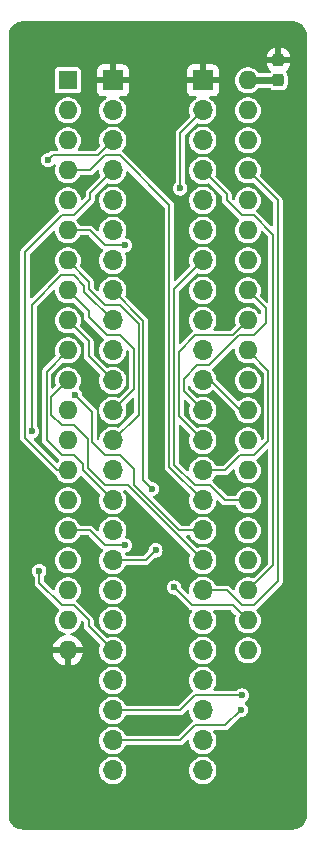
<source format=gbr>
G04 #@! TF.GenerationSoftware,KiCad,Pcbnew,8.0.4+dfsg-1*
G04 #@! TF.CreationDate,2025-02-23T16:56:37+09:00*
G04 #@! TF.ProjectId,bionic-p8085,62696f6e-6963-42d7-9038-3038352e6b69,6*
G04 #@! TF.SameCoordinates,Original*
G04 #@! TF.FileFunction,Copper,L2,Bot*
G04 #@! TF.FilePolarity,Positive*
%FSLAX46Y46*%
G04 Gerber Fmt 4.6, Leading zero omitted, Abs format (unit mm)*
G04 Created by KiCad (PCBNEW 8.0.4+dfsg-1) date 2025-02-23 16:56:37*
%MOMM*%
%LPD*%
G01*
G04 APERTURE LIST*
G04 Aperture macros list*
%AMRoundRect*
0 Rectangle with rounded corners*
0 $1 Rounding radius*
0 $2 $3 $4 $5 $6 $7 $8 $9 X,Y pos of 4 corners*
0 Add a 4 corners polygon primitive as box body*
4,1,4,$2,$3,$4,$5,$6,$7,$8,$9,$2,$3,0*
0 Add four circle primitives for the rounded corners*
1,1,$1+$1,$2,$3*
1,1,$1+$1,$4,$5*
1,1,$1+$1,$6,$7*
1,1,$1+$1,$8,$9*
0 Add four rect primitives between the rounded corners*
20,1,$1+$1,$2,$3,$4,$5,0*
20,1,$1+$1,$4,$5,$6,$7,0*
20,1,$1+$1,$6,$7,$8,$9,0*
20,1,$1+$1,$8,$9,$2,$3,0*%
G04 Aperture macros list end*
G04 #@! TA.AperFunction,ComponentPad*
%ADD10R,1.600000X1.600000*%
G04 #@! TD*
G04 #@! TA.AperFunction,ComponentPad*
%ADD11O,1.600000X1.600000*%
G04 #@! TD*
G04 #@! TA.AperFunction,ComponentPad*
%ADD12O,1.700000X1.700000*%
G04 #@! TD*
G04 #@! TA.AperFunction,ComponentPad*
%ADD13R,1.700000X1.700000*%
G04 #@! TD*
G04 #@! TA.AperFunction,SMDPad,CuDef*
%ADD14RoundRect,0.237500X0.237500X-0.300000X0.237500X0.300000X-0.237500X0.300000X-0.237500X-0.300000X0*%
G04 #@! TD*
G04 #@! TA.AperFunction,ViaPad*
%ADD15C,0.600000*%
G04 #@! TD*
G04 #@! TA.AperFunction,Conductor*
%ADD16C,0.200000*%
G04 #@! TD*
G04 #@! TA.AperFunction,Conductor*
%ADD17C,0.600000*%
G04 #@! TD*
G04 #@! TA.AperFunction,Conductor*
%ADD18C,0.800000*%
G04 #@! TD*
G04 APERTURE END LIST*
D10*
X106080000Y-75080000D03*
D11*
X106080000Y-77620000D03*
X106080000Y-80160000D03*
X106080000Y-82700000D03*
X106080000Y-85240000D03*
X106080000Y-87780000D03*
X106080000Y-90320000D03*
X106080000Y-92860000D03*
X106080000Y-95400000D03*
X106080000Y-97940000D03*
X106080000Y-100480000D03*
X106080000Y-103020000D03*
X106080000Y-105560000D03*
X106080000Y-108100000D03*
X106080000Y-110640000D03*
X106080000Y-113180000D03*
X106080000Y-115720000D03*
X106080000Y-118260000D03*
X106080000Y-120800000D03*
X106080000Y-123340000D03*
X121320000Y-123340000D03*
X121320000Y-120800000D03*
X121320000Y-118260000D03*
X121320000Y-115720000D03*
X121320000Y-113180000D03*
X121320000Y-110640000D03*
X121320000Y-108100000D03*
X121320000Y-105560000D03*
X121320000Y-103020000D03*
X121320000Y-100480000D03*
X121320000Y-97940000D03*
X121320000Y-95400000D03*
X121320000Y-92860000D03*
X121320000Y-90320000D03*
X121320000Y-87780000D03*
X121320000Y-85240000D03*
X121320000Y-82700000D03*
X121320000Y-80160000D03*
X121320000Y-77620000D03*
X121320000Y-75080000D03*
D12*
X117510000Y-133500000D03*
X117510000Y-130960000D03*
X117510000Y-128420000D03*
X117510000Y-125880000D03*
X117510000Y-123340000D03*
X117510000Y-120800000D03*
X117510000Y-118260000D03*
X117510000Y-115720000D03*
X117510000Y-113180000D03*
X117510000Y-110640000D03*
X117510000Y-108100000D03*
X117510000Y-105560000D03*
X117510000Y-103020000D03*
X117510000Y-100480000D03*
X117510000Y-97940000D03*
X117510000Y-95400000D03*
X117510000Y-92860000D03*
X117510000Y-90320000D03*
X117510000Y-87780000D03*
X117510000Y-85240000D03*
X117510000Y-82700000D03*
X117510000Y-80160000D03*
X117510000Y-77620000D03*
D13*
X117510000Y-75080000D03*
X109890000Y-75080000D03*
D12*
X109890000Y-77620000D03*
X109890000Y-80160000D03*
X109890000Y-82700000D03*
X109890000Y-85240000D03*
X109890000Y-87780000D03*
X109890000Y-90320000D03*
X109890000Y-92860000D03*
X109890000Y-95400000D03*
X109890000Y-97940000D03*
X109890000Y-100480000D03*
X109890000Y-103020000D03*
X109890000Y-105560000D03*
X109890000Y-108100000D03*
X109890000Y-110640000D03*
X109890000Y-113180000D03*
X109890000Y-115720000D03*
X109890000Y-118260000D03*
X109890000Y-120800000D03*
X109890000Y-123340000D03*
X109890000Y-125880000D03*
X109890000Y-128420000D03*
X109890000Y-130960000D03*
X109890000Y-133500000D03*
D14*
X123910800Y-75078900D03*
X123910800Y-73353900D03*
D15*
X122717000Y-134770000D03*
X121320000Y-73048000D03*
X113192000Y-81303000D03*
X105064000Y-94130000D03*
X116240000Y-106830000D03*
X111033000Y-83970000D03*
X113192000Y-108354000D03*
X113700000Y-132230000D03*
X105064000Y-111910000D03*
X111033000Y-91590000D03*
X120177000Y-114450000D03*
X123225000Y-129055000D03*
X115173200Y-111605200D03*
X115097000Y-118006000D03*
X115605000Y-84224000D03*
X110906000Y-89050000D03*
X103067000Y-104798000D03*
X113511200Y-114870800D03*
X113192000Y-109674800D03*
X110906000Y-114450000D03*
X104429000Y-81811000D03*
X106715000Y-101750000D03*
X103667000Y-116609000D03*
X120812000Y-127150000D03*
X120748500Y-128356500D03*
D16*
X103667000Y-116609000D02*
X103667000Y-117649000D01*
X103667000Y-117649000D02*
X105548000Y-119530000D01*
X105548000Y-119530000D02*
X106588000Y-119530000D01*
X107858000Y-120800000D02*
X107858000Y-121308000D01*
X106588000Y-119530000D02*
X107858000Y-120800000D01*
X107858000Y-121308000D02*
X109890000Y-123340000D01*
X109890000Y-82700000D02*
X107985000Y-84605000D01*
X107985000Y-84605000D02*
X107985000Y-85113000D01*
X107985000Y-85113000D02*
X106588000Y-86510000D01*
X106588000Y-86510000D02*
X105572000Y-86510000D01*
X105572000Y-86510000D02*
X102467000Y-89615000D01*
X102467000Y-89615000D02*
X102467000Y-105376000D01*
X102467000Y-105376000D02*
X105191000Y-108100000D01*
X105191000Y-108100000D02*
X106080000Y-108100000D01*
X106715000Y-101750000D02*
X108150000Y-103185000D01*
X108150000Y-103185000D02*
X108150000Y-105725000D01*
X108150000Y-105725000D02*
X109255000Y-106830000D01*
X109255000Y-106830000D02*
X110525000Y-106830000D01*
X111668000Y-107973000D02*
X111668000Y-109312314D01*
X110525000Y-106830000D02*
X111668000Y-107973000D01*
X111668000Y-109312314D02*
X115535686Y-113180000D01*
X115535686Y-113180000D02*
X117510000Y-113180000D01*
X106080000Y-100480000D02*
X104683000Y-101877000D01*
X104683000Y-101877000D02*
X104683000Y-103401000D01*
X104683000Y-103401000D02*
X105572000Y-104290000D01*
X106588000Y-104290000D02*
X107750000Y-105452000D01*
X107750000Y-107865000D02*
X109255000Y-109370000D01*
X111160000Y-109370000D02*
X117510000Y-115720000D01*
X105572000Y-104290000D02*
X106588000Y-104290000D01*
X107750000Y-105452000D02*
X107750000Y-107865000D01*
X109255000Y-109370000D02*
X111160000Y-109370000D01*
X106080000Y-97940000D02*
X104283000Y-99737000D01*
X104283000Y-99737000D02*
X104283000Y-105541000D01*
X104283000Y-105541000D02*
X105572000Y-106830000D01*
X105572000Y-106830000D02*
X106588000Y-106830000D01*
X106588000Y-106830000D02*
X107350000Y-107592000D01*
X107350000Y-107592000D02*
X107350000Y-108100000D01*
X107350000Y-108100000D02*
X109890000Y-110640000D01*
X120748500Y-128356500D02*
X119415000Y-129690000D01*
X119415000Y-129690000D02*
X116875000Y-129690000D01*
X115605000Y-130960000D02*
X109890000Y-130960000D01*
X116875000Y-129690000D02*
X115605000Y-130960000D01*
X120812000Y-127150000D02*
X116875000Y-127150000D01*
X116875000Y-127150000D02*
X115605000Y-128420000D01*
X115605000Y-128420000D02*
X109890000Y-128420000D01*
D17*
X123910800Y-75078900D02*
X121321100Y-75078900D01*
D18*
X121321100Y-75078900D02*
X121320000Y-75080000D01*
D16*
X123860000Y-85240000D02*
X121320000Y-82700000D01*
X120812000Y-119530000D02*
X121828000Y-119530000D01*
X121828000Y-119530000D02*
X123860000Y-117498000D01*
X123860000Y-117498000D02*
X123860000Y-85240000D01*
X117510000Y-118260000D02*
X119542000Y-118260000D01*
X119542000Y-118260000D02*
X120812000Y-119530000D01*
X115078000Y-92752000D02*
X115078000Y-107607657D01*
X118145000Y-109370000D02*
X119415000Y-110640000D01*
X117510000Y-90320000D02*
X115078000Y-92752000D01*
X116840343Y-109370000D02*
X118145000Y-109370000D01*
X119415000Y-110640000D02*
X121320000Y-110640000D01*
X115078000Y-107607657D02*
X116840343Y-109370000D01*
X117510000Y-82700000D02*
X119542000Y-84732000D01*
X123460000Y-88142000D02*
X123460000Y-116120000D01*
X119542000Y-84732000D02*
X119542000Y-85240000D01*
X120812000Y-86510000D02*
X121828000Y-86510000D01*
X121828000Y-86510000D02*
X123460000Y-88142000D01*
X123460000Y-116120000D02*
X121320000Y-118260000D01*
X119542000Y-85240000D02*
X120812000Y-86510000D01*
X115097000Y-118006000D02*
X116621000Y-119530000D01*
X120050000Y-119530000D02*
X121320000Y-120800000D01*
X116621000Y-119530000D02*
X120050000Y-119530000D01*
X115605000Y-79525000D02*
X117510000Y-77620000D01*
X115605000Y-84224000D02*
X115605000Y-79525000D01*
X109255000Y-89050000D02*
X107985000Y-87780000D01*
X110906000Y-89050000D02*
X109255000Y-89050000D01*
X107985000Y-87780000D02*
X106080000Y-87780000D01*
X105492683Y-91590000D02*
X106588000Y-91590000D01*
X103032000Y-104763000D02*
X103032000Y-94050683D01*
X106588000Y-91590000D02*
X107477000Y-92479000D01*
X107477000Y-92987000D02*
X109890000Y-95400000D01*
X103067000Y-104798000D02*
X103032000Y-104763000D01*
X107477000Y-92479000D02*
X107477000Y-92987000D01*
X103032000Y-94050683D02*
X105492683Y-91590000D01*
X113511200Y-114870800D02*
X112662000Y-115720000D01*
X112662000Y-115720000D02*
X109890000Y-115720000D01*
X112468000Y-103547685D02*
X112468000Y-95438000D01*
X113192000Y-109674800D02*
X112430000Y-108912800D01*
X112430000Y-108912800D02*
X112430000Y-103585686D01*
X112468000Y-95438000D02*
X109890000Y-92860000D01*
X112430000Y-103585686D02*
X112468000Y-103547685D01*
X118145000Y-100480000D02*
X120685000Y-103020000D01*
X117510000Y-100480000D02*
X118145000Y-100480000D01*
X120685000Y-103020000D02*
X121320000Y-103020000D01*
X110906000Y-114450000D02*
X109255000Y-114450000D01*
X107985000Y-113180000D02*
X106080000Y-113180000D01*
X109255000Y-114450000D02*
X107985000Y-113180000D01*
X115478000Y-98067000D02*
X116875000Y-96670000D01*
X117510000Y-105560000D02*
X115478000Y-103528000D01*
X116875000Y-96670000D02*
X120048000Y-96670000D01*
X121318000Y-95400000D02*
X121320000Y-95400000D01*
X115478000Y-103528000D02*
X115478000Y-98067000D01*
X120048000Y-96670000D02*
X121318000Y-95400000D01*
X104429000Y-81811000D02*
X104810000Y-81430000D01*
X108620000Y-81430000D02*
X109890000Y-80160000D01*
X104810000Y-81430000D02*
X108620000Y-81430000D01*
X109255000Y-81430000D02*
X110461500Y-81430000D01*
X107985000Y-82700000D02*
X109255000Y-81430000D01*
X106080000Y-82700000D02*
X107985000Y-82700000D01*
X114678000Y-107808000D02*
X117510000Y-110640000D01*
X114678000Y-85646500D02*
X114678000Y-107808000D01*
X110461500Y-81430000D02*
X114678000Y-85646500D01*
X121828000Y-106830000D02*
X123060000Y-105598000D01*
X123060000Y-99680000D02*
X121320000Y-97940000D01*
X123060000Y-105598000D02*
X123060000Y-99680000D01*
X117510000Y-108100000D02*
X119415000Y-108100000D01*
X120685000Y-106830000D02*
X121828000Y-106830000D01*
X119415000Y-108100000D02*
X120685000Y-106830000D01*
X109890000Y-100480000D02*
X107858000Y-98448000D01*
X107858000Y-98448000D02*
X107858000Y-97178000D01*
X107858000Y-97178000D02*
X106080000Y-95400000D01*
X110525000Y-96670000D02*
X109382000Y-96670000D01*
X111668000Y-101242000D02*
X111668000Y-97813000D01*
X111668000Y-97813000D02*
X110525000Y-96670000D01*
X109890000Y-103020000D02*
X111668000Y-101242000D01*
X107858000Y-94638000D02*
X106080000Y-92860000D01*
X107858000Y-95146000D02*
X107858000Y-94638000D01*
X109382000Y-96670000D02*
X107858000Y-95146000D01*
X112068000Y-95673000D02*
X110525000Y-94130000D01*
X110525000Y-94130000D02*
X109250600Y-94130000D01*
X109250600Y-94130000D02*
X107877000Y-92756400D01*
X112068000Y-103382000D02*
X112068000Y-95673000D01*
X109890000Y-105560000D02*
X112068000Y-103382000D01*
X107877000Y-92117000D02*
X106080000Y-90320000D01*
X107877000Y-92756400D02*
X107877000Y-92117000D01*
X117002000Y-99210000D02*
X118073686Y-99210000D01*
X121828000Y-96670000D02*
X122844000Y-95654000D01*
X122844000Y-95654000D02*
X122844000Y-94384000D01*
X122844000Y-94384000D02*
X121320000Y-92860000D01*
X118073686Y-99210000D02*
X120613686Y-96670000D01*
X115878000Y-101388000D02*
X115878000Y-100334000D01*
X115878000Y-100334000D02*
X117002000Y-99210000D01*
X120613686Y-96670000D02*
X121828000Y-96670000D01*
X117510000Y-103020000D02*
X115878000Y-101388000D01*
G04 #@! TA.AperFunction,Conductor*
G36*
X120166972Y-97779848D02*
G01*
X120210237Y-97823113D01*
X120220604Y-97877191D01*
X120214785Y-97940000D01*
X120233603Y-98143083D01*
X120287880Y-98333846D01*
X120289419Y-98339252D01*
X120369823Y-98500727D01*
X120380327Y-98521821D01*
X120503236Y-98684579D01*
X120653959Y-98821981D01*
X120827363Y-98929348D01*
X121017544Y-99003024D01*
X121218024Y-99040500D01*
X121421976Y-99040500D01*
X121622456Y-99003024D01*
X121702258Y-98972107D01*
X121763350Y-98968717D01*
X121808026Y-98994418D01*
X122630504Y-99816896D01*
X122658281Y-99871413D01*
X122659500Y-99886900D01*
X122659500Y-105391099D01*
X122640593Y-105449290D01*
X122630503Y-105461103D01*
X122583359Y-105508246D01*
X122528842Y-105536023D01*
X122468410Y-105526451D01*
X122425146Y-105483186D01*
X122414779Y-105447381D01*
X122406397Y-105356917D01*
X122350582Y-105160750D01*
X122259673Y-104978179D01*
X122136764Y-104815421D01*
X121986041Y-104678019D01*
X121812637Y-104570652D01*
X121622456Y-104496976D01*
X121622455Y-104496975D01*
X121622453Y-104496975D01*
X121421976Y-104459500D01*
X121218024Y-104459500D01*
X121017546Y-104496975D01*
X120977353Y-104512546D01*
X120827363Y-104570652D01*
X120713358Y-104641241D01*
X120653959Y-104678019D01*
X120503237Y-104815420D01*
X120380328Y-104978177D01*
X120380323Y-104978186D01*
X120298450Y-105142611D01*
X120289418Y-105160750D01*
X120233603Y-105356917D01*
X120214785Y-105560000D01*
X120233603Y-105763083D01*
X120289418Y-105959250D01*
X120380327Y-106141821D01*
X120503236Y-106304579D01*
X120503238Y-106304581D01*
X120503239Y-106304582D01*
X120515951Y-106316170D01*
X120546217Y-106369345D01*
X120539448Y-106430154D01*
X120498757Y-106475068D01*
X120439089Y-106509518D01*
X119278103Y-107670504D01*
X119223586Y-107698281D01*
X119208099Y-107699500D01*
X118657113Y-107699500D01*
X118598922Y-107680593D01*
X118568492Y-107644628D01*
X118492369Y-107491752D01*
X118492366Y-107491745D01*
X118363872Y-107321593D01*
X118279185Y-107244390D01*
X118206307Y-107177952D01*
X118206300Y-107177946D01*
X118025024Y-107065705D01*
X118025019Y-107065702D01*
X117826195Y-106988678D01*
X117616610Y-106949500D01*
X117403390Y-106949500D01*
X117193804Y-106988678D01*
X116994980Y-107065702D01*
X116994975Y-107065705D01*
X116813699Y-107177946D01*
X116813692Y-107177952D01*
X116656135Y-107321586D01*
X116656131Y-107321589D01*
X116656128Y-107321593D01*
X116656125Y-107321597D01*
X116527635Y-107491743D01*
X116527630Y-107491752D01*
X116432596Y-107682608D01*
X116432595Y-107682611D01*
X116427901Y-107699107D01*
X116374244Y-107887688D01*
X116355556Y-108089369D01*
X116331360Y-108145567D01*
X116278752Y-108176810D01*
X116217828Y-108171164D01*
X116186974Y-108150238D01*
X115507496Y-107470760D01*
X115479719Y-107416243D01*
X115478500Y-107400756D01*
X115478500Y-104333901D01*
X115497407Y-104275710D01*
X115546907Y-104239746D01*
X115608093Y-104239746D01*
X115647504Y-104263897D01*
X116413348Y-105029741D01*
X116441125Y-105084258D01*
X116432904Y-105137818D01*
X116434249Y-105138339D01*
X116432598Y-105142598D01*
X116374244Y-105347688D01*
X116354571Y-105560000D01*
X116374244Y-105772311D01*
X116397449Y-105853867D01*
X116432595Y-105977389D01*
X116527634Y-106168255D01*
X116656128Y-106338407D01*
X116718186Y-106394981D01*
X116813692Y-106482047D01*
X116813699Y-106482053D01*
X116858057Y-106509518D01*
X116994981Y-106594298D01*
X117193802Y-106671321D01*
X117403390Y-106710500D01*
X117616610Y-106710500D01*
X117826198Y-106671321D01*
X118025019Y-106594298D01*
X118206302Y-106482052D01*
X118363872Y-106338407D01*
X118492366Y-106168255D01*
X118587405Y-105977389D01*
X118645756Y-105772310D01*
X118665429Y-105560000D01*
X118645756Y-105347690D01*
X118587405Y-105142611D01*
X118492366Y-104951745D01*
X118363872Y-104781593D01*
X118279075Y-104704290D01*
X118206307Y-104637952D01*
X118206300Y-104637946D01*
X118025024Y-104525705D01*
X118025019Y-104525702D01*
X117939657Y-104492633D01*
X117826198Y-104448679D01*
X117826197Y-104448678D01*
X117826195Y-104448678D01*
X117616610Y-104409500D01*
X117403390Y-104409500D01*
X117193802Y-104448678D01*
X117089091Y-104489243D01*
X117028000Y-104492633D01*
X116983325Y-104466932D01*
X115907496Y-103391103D01*
X115879719Y-103336586D01*
X115878500Y-103321099D01*
X115878500Y-102193900D01*
X115897407Y-102135709D01*
X115946907Y-102099745D01*
X116008093Y-102099745D01*
X116047504Y-102123897D01*
X116413348Y-102489742D01*
X116441125Y-102544258D01*
X116432904Y-102597818D01*
X116434249Y-102598339D01*
X116432598Y-102602598D01*
X116374244Y-102807688D01*
X116354571Y-103020000D01*
X116374244Y-103232311D01*
X116397449Y-103313867D01*
X116432595Y-103437389D01*
X116527634Y-103628255D01*
X116656128Y-103798407D01*
X116726734Y-103862773D01*
X116813692Y-103942047D01*
X116813699Y-103942053D01*
X116858060Y-103969520D01*
X116994981Y-104054298D01*
X117193802Y-104131321D01*
X117403390Y-104170500D01*
X117616610Y-104170500D01*
X117826198Y-104131321D01*
X118025019Y-104054298D01*
X118206302Y-103942052D01*
X118363872Y-103798407D01*
X118492366Y-103628255D01*
X118587405Y-103437389D01*
X118645756Y-103232310D01*
X118665429Y-103020000D01*
X118645756Y-102807690D01*
X118587405Y-102602611D01*
X118492366Y-102411745D01*
X118363872Y-102241593D01*
X118250260Y-102138021D01*
X118206307Y-102097952D01*
X118206300Y-102097946D01*
X118025024Y-101985705D01*
X118025019Y-101985702D01*
X117950865Y-101956975D01*
X117826198Y-101908679D01*
X117826197Y-101908678D01*
X117826195Y-101908678D01*
X117616610Y-101869500D01*
X117403390Y-101869500D01*
X117193802Y-101908678D01*
X117089091Y-101949243D01*
X117028000Y-101952633D01*
X116983325Y-101926932D01*
X116307496Y-101251103D01*
X116279719Y-101196586D01*
X116278500Y-101181099D01*
X116278500Y-101008846D01*
X116297407Y-100950655D01*
X116346907Y-100914691D01*
X116408093Y-100914691D01*
X116457593Y-100950655D01*
X116466121Y-100964719D01*
X116527628Y-101088244D01*
X116527630Y-101088247D01*
X116527634Y-101088255D01*
X116656128Y-101258407D01*
X116656135Y-101258413D01*
X116813692Y-101402047D01*
X116813699Y-101402053D01*
X116886548Y-101447159D01*
X116994981Y-101514298D01*
X117193802Y-101591321D01*
X117403390Y-101630500D01*
X117616610Y-101630500D01*
X117826198Y-101591321D01*
X118025019Y-101514298D01*
X118206302Y-101402052D01*
X118290426Y-101325361D01*
X118346166Y-101300131D01*
X118406092Y-101312483D01*
X118427126Y-101328519D01*
X120199331Y-103100724D01*
X120227108Y-103155241D01*
X120227905Y-103161592D01*
X120233603Y-103223084D01*
X120236507Y-103233289D01*
X120289418Y-103419250D01*
X120380327Y-103601821D01*
X120503236Y-103764579D01*
X120653959Y-103901981D01*
X120827363Y-104009348D01*
X121017544Y-104083024D01*
X121218024Y-104120500D01*
X121421976Y-104120500D01*
X121622456Y-104083024D01*
X121812637Y-104009348D01*
X121986041Y-103901981D01*
X122136764Y-103764579D01*
X122259673Y-103601821D01*
X122350582Y-103419250D01*
X122406397Y-103223083D01*
X122425215Y-103020000D01*
X122406397Y-102816917D01*
X122350582Y-102620750D01*
X122259673Y-102438179D01*
X122136764Y-102275421D01*
X121986041Y-102138019D01*
X121812637Y-102030652D01*
X121622456Y-101956976D01*
X121622455Y-101956975D01*
X121622453Y-101956975D01*
X121421976Y-101919500D01*
X121218024Y-101919500D01*
X121017546Y-101956975D01*
X121010538Y-101959690D01*
X120827363Y-102030652D01*
X120718670Y-102097952D01*
X120653956Y-102138021D01*
X120574964Y-102210031D01*
X120519223Y-102235260D01*
X120459297Y-102222907D01*
X120438265Y-102206872D01*
X118711393Y-100480000D01*
X120214785Y-100480000D01*
X120233603Y-100683083D01*
X120289418Y-100879250D01*
X120380327Y-101061821D01*
X120503236Y-101224579D01*
X120653959Y-101361981D01*
X120827363Y-101469348D01*
X121017544Y-101543024D01*
X121218024Y-101580500D01*
X121421976Y-101580500D01*
X121622456Y-101543024D01*
X121812637Y-101469348D01*
X121986041Y-101361981D01*
X122136764Y-101224579D01*
X122259673Y-101061821D01*
X122350582Y-100879250D01*
X122406397Y-100683083D01*
X122425215Y-100480000D01*
X122406397Y-100276917D01*
X122350582Y-100080750D01*
X122259673Y-99898179D01*
X122136764Y-99735421D01*
X121986041Y-99598019D01*
X121812637Y-99490652D01*
X121622456Y-99416976D01*
X121622455Y-99416975D01*
X121622453Y-99416975D01*
X121421976Y-99379500D01*
X121218024Y-99379500D01*
X121017546Y-99416975D01*
X120977353Y-99432546D01*
X120827363Y-99490652D01*
X120718676Y-99557948D01*
X120653959Y-99598019D01*
X120503237Y-99735420D01*
X120380328Y-99898177D01*
X120380323Y-99898186D01*
X120298450Y-100062611D01*
X120289418Y-100080750D01*
X120233603Y-100276917D01*
X120214785Y-100480000D01*
X118711393Y-100480000D01*
X118686009Y-100454616D01*
X118658232Y-100400099D01*
X118657438Y-100393773D01*
X118645756Y-100267690D01*
X118587405Y-100062611D01*
X118492366Y-99871745D01*
X118363872Y-99701593D01*
X118327820Y-99668727D01*
X118297556Y-99615552D01*
X118304327Y-99554742D01*
X118324509Y-99525569D01*
X120052025Y-97798052D01*
X120106540Y-97770277D01*
X120166972Y-97779848D01*
G37*
G04 #@! TD.AperFunction*
G04 #@! TA.AperFunction,Conductor*
G36*
X104924861Y-92820956D02*
G01*
X104968126Y-92864221D01*
X104978494Y-92900031D01*
X104993603Y-93063083D01*
X105049418Y-93259250D01*
X105140327Y-93441821D01*
X105263236Y-93604579D01*
X105413959Y-93741981D01*
X105587363Y-93849348D01*
X105777544Y-93923024D01*
X105978024Y-93960500D01*
X106181976Y-93960500D01*
X106382456Y-93923024D01*
X106462258Y-93892107D01*
X106523350Y-93888717D01*
X106568026Y-93914418D01*
X107428504Y-94774896D01*
X107456281Y-94829413D01*
X107457500Y-94844900D01*
X107457500Y-95093273D01*
X107457500Y-95198727D01*
X107468940Y-95241422D01*
X107484794Y-95300592D01*
X107537516Y-95391908D01*
X107537517Y-95391909D01*
X107537518Y-95391910D01*
X107537520Y-95391913D01*
X108301297Y-96155690D01*
X109061519Y-96915912D01*
X109061520Y-96915913D01*
X109061519Y-96915913D01*
X109104614Y-96959007D01*
X109132392Y-97013523D01*
X109122821Y-97073955D01*
X109101308Y-97102172D01*
X109036129Y-97161591D01*
X109036128Y-97161592D01*
X108907640Y-97331736D01*
X108907630Y-97331752D01*
X108812596Y-97522608D01*
X108754244Y-97727688D01*
X108754244Y-97727689D01*
X108754244Y-97727690D01*
X108734571Y-97940000D01*
X108754244Y-98152310D01*
X108812595Y-98357389D01*
X108907634Y-98548255D01*
X109036128Y-98718407D01*
X109036135Y-98718413D01*
X109193692Y-98862047D01*
X109193699Y-98862053D01*
X109238060Y-98889520D01*
X109374981Y-98974298D01*
X109573802Y-99051321D01*
X109783390Y-99090500D01*
X109996610Y-99090500D01*
X110206198Y-99051321D01*
X110405019Y-98974298D01*
X110586302Y-98862052D01*
X110743872Y-98718407D01*
X110872366Y-98548255D01*
X110967405Y-98357389D01*
X111025756Y-98152310D01*
X111041505Y-97982346D01*
X111065700Y-97926151D01*
X111118307Y-97894907D01*
X111179231Y-97900553D01*
X111210086Y-97921479D01*
X111238504Y-97949897D01*
X111266281Y-98004414D01*
X111267500Y-98019901D01*
X111267500Y-101035098D01*
X111248593Y-101093289D01*
X111238504Y-101105102D01*
X110416673Y-101926932D01*
X110362156Y-101954709D01*
X110310907Y-101949243D01*
X110206198Y-101908679D01*
X110206197Y-101908678D01*
X110206195Y-101908678D01*
X109996610Y-101869500D01*
X109783390Y-101869500D01*
X109573804Y-101908678D01*
X109374980Y-101985702D01*
X109374975Y-101985705D01*
X109193699Y-102097946D01*
X109193692Y-102097952D01*
X109036135Y-102241586D01*
X109036131Y-102241589D01*
X109036128Y-102241593D01*
X109036125Y-102241597D01*
X108907635Y-102411743D01*
X108907630Y-102411752D01*
X108812596Y-102602608D01*
X108754244Y-102807688D01*
X108734571Y-103020000D01*
X108740194Y-103080684D01*
X108731144Y-103120820D01*
X108748077Y-103165757D01*
X108748924Y-103174895D01*
X108754244Y-103232311D01*
X108777449Y-103313867D01*
X108812595Y-103437389D01*
X108907634Y-103628255D01*
X109036128Y-103798407D01*
X109106734Y-103862773D01*
X109193692Y-103942047D01*
X109193699Y-103942053D01*
X109238060Y-103969520D01*
X109374981Y-104054298D01*
X109573802Y-104131321D01*
X109783390Y-104170500D01*
X109996610Y-104170500D01*
X110206198Y-104131321D01*
X110405019Y-104054298D01*
X110586302Y-103942052D01*
X110743872Y-103798407D01*
X110872366Y-103628255D01*
X110967405Y-103437389D01*
X111025756Y-103232310D01*
X111045429Y-103020000D01*
X111025756Y-102807690D01*
X110967405Y-102602611D01*
X110967399Y-102602598D01*
X110965752Y-102598344D01*
X110967132Y-102597809D01*
X110959019Y-102543364D01*
X110986648Y-102489743D01*
X111498496Y-101977896D01*
X111553013Y-101950119D01*
X111613445Y-101959690D01*
X111656710Y-102002955D01*
X111667500Y-102047900D01*
X111667500Y-103175098D01*
X111648593Y-103233289D01*
X111638504Y-103245102D01*
X110416673Y-104466932D01*
X110362156Y-104494709D01*
X110310907Y-104489243D01*
X110206198Y-104448679D01*
X110206197Y-104448678D01*
X110206195Y-104448678D01*
X109996610Y-104409500D01*
X109783390Y-104409500D01*
X109573804Y-104448678D01*
X109374980Y-104525702D01*
X109374975Y-104525705D01*
X109193699Y-104637946D01*
X109193692Y-104637952D01*
X109036135Y-104781586D01*
X109036131Y-104781589D01*
X109036128Y-104781593D01*
X109036125Y-104781597D01*
X108907635Y-104951743D01*
X108907630Y-104951752D01*
X108812596Y-105142608D01*
X108754244Y-105347688D01*
X108754244Y-105347690D01*
X108748077Y-105414241D01*
X108723882Y-105470437D01*
X108671275Y-105501681D01*
X108610350Y-105496035D01*
X108564380Y-105455658D01*
X108550500Y-105405105D01*
X108550500Y-103174895D01*
X108560814Y-103143150D01*
X108545990Y-103115442D01*
X108523207Y-103030413D01*
X108470480Y-102939087D01*
X108460344Y-102928951D01*
X108395913Y-102864519D01*
X108395913Y-102864520D01*
X107349678Y-101818285D01*
X107321901Y-101763768D01*
X107321018Y-101752554D01*
X107320682Y-101749999D01*
X107300044Y-101593238D01*
X107267344Y-101514294D01*
X107239537Y-101447161D01*
X107239537Y-101447160D01*
X107174176Y-101361980D01*
X107143282Y-101321718D01*
X107060767Y-101258402D01*
X107018699Y-101226122D01*
X106984044Y-101175697D01*
X106985646Y-101114533D01*
X106999964Y-101087919D01*
X107019673Y-101061821D01*
X107110582Y-100879250D01*
X107166397Y-100683083D01*
X107185215Y-100480000D01*
X107166397Y-100276917D01*
X107110582Y-100080750D01*
X107019673Y-99898179D01*
X106896764Y-99735421D01*
X106746041Y-99598019D01*
X106572637Y-99490652D01*
X106382456Y-99416976D01*
X106382455Y-99416975D01*
X106382453Y-99416975D01*
X106181976Y-99379500D01*
X105978024Y-99379500D01*
X105777546Y-99416975D01*
X105737353Y-99432546D01*
X105587363Y-99490652D01*
X105478676Y-99557948D01*
X105413959Y-99598019D01*
X105263237Y-99735420D01*
X105140328Y-99898177D01*
X105140323Y-99898186D01*
X105049419Y-100080747D01*
X104993603Y-100276917D01*
X104974785Y-100480000D01*
X104993603Y-100683084D01*
X105047880Y-100873847D01*
X105045619Y-100934990D01*
X105022663Y-100970942D01*
X104852504Y-101141102D01*
X104797987Y-101168880D01*
X104737555Y-101159309D01*
X104694290Y-101116044D01*
X104683500Y-101071099D01*
X104683500Y-99943899D01*
X104702407Y-99885708D01*
X104712490Y-99873901D01*
X105591974Y-98994416D01*
X105646489Y-98966641D01*
X105697738Y-98972106D01*
X105777544Y-99003024D01*
X105978024Y-99040500D01*
X106181976Y-99040500D01*
X106382456Y-99003024D01*
X106572637Y-98929348D01*
X106746041Y-98821981D01*
X106896764Y-98684579D01*
X107019673Y-98521821D01*
X107110582Y-98339250D01*
X107166397Y-98143083D01*
X107185215Y-97940000D01*
X107166397Y-97736917D01*
X107110582Y-97540750D01*
X107019673Y-97358179D01*
X106896764Y-97195421D01*
X106746041Y-97058019D01*
X106572637Y-96950652D01*
X106382456Y-96876976D01*
X106382455Y-96876975D01*
X106382453Y-96876975D01*
X106181976Y-96839500D01*
X105978024Y-96839500D01*
X105777546Y-96876975D01*
X105707632Y-96904059D01*
X105587363Y-96950652D01*
X105413959Y-97058019D01*
X105263236Y-97195421D01*
X105230543Y-97238714D01*
X105140328Y-97358177D01*
X105140323Y-97358186D01*
X105058450Y-97522611D01*
X105049418Y-97540750D01*
X104993603Y-97736917D01*
X104974785Y-97940000D01*
X104993603Y-98143083D01*
X105021491Y-98241099D01*
X105047880Y-98333845D01*
X105045619Y-98394989D01*
X105022663Y-98430941D01*
X103962520Y-99491086D01*
X103962516Y-99491091D01*
X103909793Y-99582411D01*
X103909792Y-99582411D01*
X103909793Y-99582412D01*
X103900711Y-99616309D01*
X103882500Y-99684273D01*
X103882500Y-105488273D01*
X103882500Y-105593727D01*
X103904881Y-105677257D01*
X103909794Y-105695592D01*
X103962516Y-105786908D01*
X103962518Y-105786910D01*
X103962520Y-105786913D01*
X105326087Y-107150480D01*
X105326089Y-107150481D01*
X105330008Y-107154400D01*
X105357785Y-107208917D01*
X105348214Y-107269349D01*
X105326700Y-107297565D01*
X105263243Y-107355414D01*
X105263227Y-107355431D01*
X105224051Y-107407309D01*
X105173895Y-107442352D01*
X105112720Y-107441221D01*
X105075044Y-107417652D01*
X103198899Y-105541506D01*
X103171122Y-105486989D01*
X103180693Y-105426557D01*
X103223958Y-105383292D01*
X103231008Y-105380042D01*
X103369841Y-105322536D01*
X103495282Y-105226282D01*
X103591536Y-105100841D01*
X103652044Y-104954762D01*
X103672682Y-104798000D01*
X103652044Y-104641238D01*
X103591537Y-104495161D01*
X103591537Y-104495160D01*
X103495286Y-104369723D01*
X103495285Y-104369722D01*
X103495282Y-104369718D01*
X103495277Y-104369714D01*
X103471230Y-104351261D01*
X103436576Y-104300835D01*
X103432500Y-104272721D01*
X103432500Y-95400000D01*
X104974785Y-95400000D01*
X104993603Y-95603083D01*
X105049418Y-95799250D01*
X105140327Y-95981821D01*
X105263236Y-96144579D01*
X105413959Y-96281981D01*
X105587363Y-96389348D01*
X105777544Y-96463024D01*
X105978024Y-96500500D01*
X106181976Y-96500500D01*
X106382456Y-96463024D01*
X106462258Y-96432107D01*
X106523350Y-96428717D01*
X106568026Y-96454418D01*
X107428504Y-97314896D01*
X107456281Y-97369413D01*
X107457500Y-97384900D01*
X107457500Y-98395273D01*
X107457500Y-98500727D01*
X107470233Y-98548247D01*
X107484794Y-98602592D01*
X107537516Y-98693908D01*
X107537517Y-98693909D01*
X107537518Y-98693910D01*
X107537520Y-98693913D01*
X108173107Y-99329500D01*
X108793348Y-99949741D01*
X108821125Y-100004258D01*
X108812904Y-100057818D01*
X108814249Y-100058339D01*
X108812598Y-100062598D01*
X108754244Y-100267688D01*
X108754244Y-100267690D01*
X108734571Y-100480000D01*
X108754244Y-100692310D01*
X108812595Y-100897389D01*
X108907634Y-101088255D01*
X109036128Y-101258407D01*
X109036135Y-101258413D01*
X109193692Y-101402047D01*
X109193699Y-101402053D01*
X109266548Y-101447159D01*
X109374981Y-101514298D01*
X109573802Y-101591321D01*
X109783390Y-101630500D01*
X109996610Y-101630500D01*
X110206198Y-101591321D01*
X110405019Y-101514298D01*
X110586302Y-101402052D01*
X110743872Y-101258407D01*
X110872366Y-101088255D01*
X110967405Y-100897389D01*
X111025756Y-100692310D01*
X111045429Y-100480000D01*
X111025756Y-100267690D01*
X110967405Y-100062611D01*
X110872366Y-99871745D01*
X110743872Y-99701593D01*
X110689623Y-99652139D01*
X110586307Y-99557952D01*
X110586300Y-99557946D01*
X110405024Y-99445705D01*
X110405019Y-99445702D01*
X110319657Y-99412633D01*
X110206198Y-99368679D01*
X110206197Y-99368678D01*
X110206195Y-99368678D01*
X109996610Y-99329500D01*
X109783390Y-99329500D01*
X109573802Y-99368678D01*
X109469091Y-99409243D01*
X109408000Y-99412633D01*
X109363325Y-99386932D01*
X108287496Y-98311103D01*
X108259719Y-98256586D01*
X108258500Y-98241099D01*
X108258500Y-97238714D01*
X108258501Y-97238701D01*
X108258501Y-97125272D01*
X108258500Y-97125270D01*
X108255158Y-97112799D01*
X108231207Y-97023413D01*
X108189198Y-96950652D01*
X108178480Y-96932087D01*
X108103913Y-96857520D01*
X108103910Y-96857518D01*
X107137336Y-95890943D01*
X107109559Y-95836426D01*
X107112118Y-95793848D01*
X107166397Y-95603083D01*
X107185215Y-95400000D01*
X107166397Y-95196917D01*
X107110582Y-95000750D01*
X107019673Y-94818179D01*
X106896764Y-94655421D01*
X106746041Y-94518019D01*
X106572637Y-94410652D01*
X106382456Y-94336976D01*
X106382455Y-94336975D01*
X106382453Y-94336975D01*
X106181976Y-94299500D01*
X105978024Y-94299500D01*
X105777546Y-94336975D01*
X105707632Y-94364059D01*
X105587363Y-94410652D01*
X105413959Y-94518019D01*
X105263236Y-94655421D01*
X105230543Y-94698714D01*
X105140328Y-94818177D01*
X105140323Y-94818186D01*
X105058450Y-94982611D01*
X105049418Y-95000750D01*
X104993603Y-95196917D01*
X104974785Y-95400000D01*
X103432500Y-95400000D01*
X103432500Y-94257583D01*
X103451407Y-94199392D01*
X103461490Y-94187585D01*
X104809914Y-92839160D01*
X104864429Y-92811385D01*
X104924861Y-92820956D01*
G37*
G04 #@! TD.AperFunction*
G04 #@! TA.AperFunction,Conductor*
G36*
X125133875Y-70075805D02*
G01*
X125309097Y-70089594D01*
X125324430Y-70092023D01*
X125491550Y-70132145D01*
X125506317Y-70136943D01*
X125665104Y-70202715D01*
X125678926Y-70209758D01*
X125825469Y-70299560D01*
X125838032Y-70308688D01*
X125968717Y-70420303D01*
X125979699Y-70431285D01*
X126091311Y-70561967D01*
X126100440Y-70574532D01*
X126190238Y-70721068D01*
X126197287Y-70734902D01*
X126263054Y-70893678D01*
X126267855Y-70908453D01*
X126307975Y-71075564D01*
X126310405Y-71090907D01*
X126324195Y-71266123D01*
X126324500Y-71273891D01*
X126324500Y-137306108D01*
X126324195Y-137313876D01*
X126310405Y-137489092D01*
X126307975Y-137504435D01*
X126267855Y-137671546D01*
X126263054Y-137686321D01*
X126197287Y-137845097D01*
X126190234Y-137858939D01*
X126100442Y-138005465D01*
X126091311Y-138018032D01*
X125979699Y-138148714D01*
X125968714Y-138159699D01*
X125838032Y-138271311D01*
X125825465Y-138280442D01*
X125678939Y-138370234D01*
X125665097Y-138377287D01*
X125506321Y-138443054D01*
X125491546Y-138447855D01*
X125324435Y-138487975D01*
X125309092Y-138490405D01*
X125149743Y-138502946D01*
X125133874Y-138504195D01*
X125126108Y-138504500D01*
X102273892Y-138504500D01*
X102266125Y-138504195D01*
X102247014Y-138502691D01*
X102090907Y-138490405D01*
X102075564Y-138487975D01*
X101908453Y-138447855D01*
X101893678Y-138443054D01*
X101734902Y-138377287D01*
X101721068Y-138370238D01*
X101574532Y-138280440D01*
X101561967Y-138271311D01*
X101462706Y-138186535D01*
X101431282Y-138159696D01*
X101420303Y-138148717D01*
X101308688Y-138018032D01*
X101299560Y-138005469D01*
X101209758Y-137858926D01*
X101202715Y-137845104D01*
X101136943Y-137686317D01*
X101132144Y-137671546D01*
X101092024Y-137504435D01*
X101089594Y-137489097D01*
X101075805Y-137313875D01*
X101075500Y-137306108D01*
X101075500Y-133500000D01*
X108734571Y-133500000D01*
X108754244Y-133712310D01*
X108812595Y-133917389D01*
X108907634Y-134108255D01*
X109036128Y-134278407D01*
X109036135Y-134278413D01*
X109193692Y-134422047D01*
X109193699Y-134422053D01*
X109297389Y-134486255D01*
X109374981Y-134534298D01*
X109573802Y-134611321D01*
X109783390Y-134650500D01*
X109996610Y-134650500D01*
X110206198Y-134611321D01*
X110405019Y-134534298D01*
X110586302Y-134422052D01*
X110743872Y-134278407D01*
X110872366Y-134108255D01*
X110967405Y-133917389D01*
X111025756Y-133712310D01*
X111045429Y-133500000D01*
X116354571Y-133500000D01*
X116374244Y-133712310D01*
X116432595Y-133917389D01*
X116527634Y-134108255D01*
X116656128Y-134278407D01*
X116656135Y-134278413D01*
X116813692Y-134422047D01*
X116813699Y-134422053D01*
X116917389Y-134486255D01*
X116994981Y-134534298D01*
X117193802Y-134611321D01*
X117403390Y-134650500D01*
X117616610Y-134650500D01*
X117826198Y-134611321D01*
X118025019Y-134534298D01*
X118206302Y-134422052D01*
X118363872Y-134278407D01*
X118492366Y-134108255D01*
X118587405Y-133917389D01*
X118645756Y-133712310D01*
X118665429Y-133500000D01*
X118645756Y-133287690D01*
X118587405Y-133082611D01*
X118492366Y-132891745D01*
X118363872Y-132721593D01*
X118309623Y-132672139D01*
X118206307Y-132577952D01*
X118206300Y-132577946D01*
X118025024Y-132465705D01*
X118025019Y-132465702D01*
X117826195Y-132388678D01*
X117616610Y-132349500D01*
X117403390Y-132349500D01*
X117193804Y-132388678D01*
X116994980Y-132465702D01*
X116994975Y-132465705D01*
X116813699Y-132577946D01*
X116813692Y-132577952D01*
X116656135Y-132721586D01*
X116656131Y-132721589D01*
X116656128Y-132721593D01*
X116656125Y-132721597D01*
X116527635Y-132891743D01*
X116527630Y-132891752D01*
X116432596Y-133082608D01*
X116374244Y-133287688D01*
X116374244Y-133287690D01*
X116354571Y-133500000D01*
X111045429Y-133500000D01*
X111025756Y-133287690D01*
X110967405Y-133082611D01*
X110872366Y-132891745D01*
X110743872Y-132721593D01*
X110689623Y-132672139D01*
X110586307Y-132577952D01*
X110586300Y-132577946D01*
X110405024Y-132465705D01*
X110405019Y-132465702D01*
X110206195Y-132388678D01*
X109996610Y-132349500D01*
X109783390Y-132349500D01*
X109573804Y-132388678D01*
X109374980Y-132465702D01*
X109374975Y-132465705D01*
X109193699Y-132577946D01*
X109193692Y-132577952D01*
X109036135Y-132721586D01*
X109036131Y-132721589D01*
X109036128Y-132721593D01*
X109036125Y-132721597D01*
X108907635Y-132891743D01*
X108907630Y-132891752D01*
X108812596Y-133082608D01*
X108754244Y-133287688D01*
X108754244Y-133287690D01*
X108734571Y-133500000D01*
X101075500Y-133500000D01*
X101075500Y-128420000D01*
X108734571Y-128420000D01*
X108754244Y-128632311D01*
X108761935Y-128659341D01*
X108812595Y-128837389D01*
X108907634Y-129028255D01*
X109036128Y-129198407D01*
X109061013Y-129221093D01*
X109193692Y-129342047D01*
X109193699Y-129342053D01*
X109224786Y-129361301D01*
X109374981Y-129454298D01*
X109573802Y-129531321D01*
X109783390Y-129570500D01*
X109996610Y-129570500D01*
X110206198Y-129531321D01*
X110405019Y-129454298D01*
X110586302Y-129342052D01*
X110743872Y-129198407D01*
X110872366Y-129028255D01*
X110948492Y-128875372D01*
X110991354Y-128831710D01*
X111037113Y-128820500D01*
X115657725Y-128820500D01*
X115657727Y-128820500D01*
X115759588Y-128793207D01*
X115759590Y-128793205D01*
X115759592Y-128793205D01*
X115850908Y-128740483D01*
X115850908Y-128740482D01*
X115850913Y-128740480D01*
X116189913Y-128401478D01*
X116244430Y-128373701D01*
X116304862Y-128383272D01*
X116348127Y-128426537D01*
X116358495Y-128462347D01*
X116374244Y-128632311D01*
X116381935Y-128659341D01*
X116432595Y-128837389D01*
X116527634Y-129028255D01*
X116656128Y-129198407D01*
X116660511Y-129202403D01*
X116690779Y-129255576D01*
X116684011Y-129316386D01*
X116643321Y-129361301D01*
X116629089Y-129369518D01*
X115468103Y-130530504D01*
X115413586Y-130558281D01*
X115398099Y-130559500D01*
X111037113Y-130559500D01*
X110978922Y-130540593D01*
X110948492Y-130504628D01*
X110872369Y-130351752D01*
X110872366Y-130351745D01*
X110743872Y-130181593D01*
X110649902Y-130095927D01*
X110586307Y-130037952D01*
X110586300Y-130037946D01*
X110405024Y-129925705D01*
X110405019Y-129925702D01*
X110206195Y-129848678D01*
X109996610Y-129809500D01*
X109783390Y-129809500D01*
X109573804Y-129848678D01*
X109374980Y-129925702D01*
X109374975Y-129925705D01*
X109193699Y-130037946D01*
X109193692Y-130037952D01*
X109036135Y-130181586D01*
X109036131Y-130181589D01*
X109036128Y-130181593D01*
X109036125Y-130181597D01*
X108907635Y-130351743D01*
X108907630Y-130351752D01*
X108812596Y-130542608D01*
X108812595Y-130542611D01*
X108807790Y-130559500D01*
X108754244Y-130747688D01*
X108754244Y-130747690D01*
X108734571Y-130960000D01*
X108754244Y-131172310D01*
X108812595Y-131377389D01*
X108907634Y-131568255D01*
X109036128Y-131738407D01*
X109036135Y-131738413D01*
X109193692Y-131882047D01*
X109193699Y-131882053D01*
X109297389Y-131946255D01*
X109374981Y-131994298D01*
X109573802Y-132071321D01*
X109783390Y-132110500D01*
X109996610Y-132110500D01*
X110206198Y-132071321D01*
X110405019Y-131994298D01*
X110586302Y-131882052D01*
X110743872Y-131738407D01*
X110872366Y-131568255D01*
X110948492Y-131415372D01*
X110991354Y-131371710D01*
X111037113Y-131360500D01*
X115657725Y-131360500D01*
X115657727Y-131360500D01*
X115759588Y-131333207D01*
X115759590Y-131333205D01*
X115759592Y-131333205D01*
X115850908Y-131280483D01*
X115850908Y-131280482D01*
X115850913Y-131280480D01*
X116189913Y-130941478D01*
X116244430Y-130913701D01*
X116304862Y-130923272D01*
X116348127Y-130966537D01*
X116358494Y-131002346D01*
X116374244Y-131172310D01*
X116432595Y-131377389D01*
X116527634Y-131568255D01*
X116656128Y-131738407D01*
X116656135Y-131738413D01*
X116813692Y-131882047D01*
X116813699Y-131882053D01*
X116917389Y-131946255D01*
X116994981Y-131994298D01*
X117193802Y-132071321D01*
X117403390Y-132110500D01*
X117616610Y-132110500D01*
X117826198Y-132071321D01*
X118025019Y-131994298D01*
X118206302Y-131882052D01*
X118363872Y-131738407D01*
X118492366Y-131568255D01*
X118587405Y-131377389D01*
X118645756Y-131172310D01*
X118665429Y-130960000D01*
X118645756Y-130747690D01*
X118587405Y-130542611D01*
X118492366Y-130351745D01*
X118414896Y-130249159D01*
X118394918Y-130191330D01*
X118412747Y-130132799D01*
X118461573Y-130095927D01*
X118493901Y-130090500D01*
X119467725Y-130090500D01*
X119467727Y-130090500D01*
X119569588Y-130063207D01*
X119569590Y-130063205D01*
X119569592Y-130063205D01*
X119660908Y-130010483D01*
X119660908Y-130010482D01*
X119660913Y-130010480D01*
X120680214Y-128991177D01*
X120734731Y-128963401D01*
X120745947Y-128962518D01*
X120748499Y-128962181D01*
X120748500Y-128962182D01*
X120905262Y-128941544D01*
X121051341Y-128881036D01*
X121176782Y-128784782D01*
X121273036Y-128659341D01*
X121333544Y-128513262D01*
X121354182Y-128356500D01*
X121333544Y-128199738D01*
X121273037Y-128053661D01*
X121273037Y-128053660D01*
X121176786Y-127928223D01*
X121176785Y-127928222D01*
X121176782Y-127928218D01*
X121176777Y-127928214D01*
X121176776Y-127928213D01*
X121076401Y-127851193D01*
X121041745Y-127800769D01*
X121043346Y-127739604D01*
X121080594Y-127691063D01*
X121098776Y-127681190D01*
X121114841Y-127674536D01*
X121240282Y-127578282D01*
X121336536Y-127452841D01*
X121397044Y-127306762D01*
X121417682Y-127150000D01*
X121397044Y-126993238D01*
X121336537Y-126847161D01*
X121336537Y-126847160D01*
X121240284Y-126721721D01*
X121240282Y-126721718D01*
X121240277Y-126721714D01*
X121240276Y-126721713D01*
X121114838Y-126625462D01*
X120968766Y-126564957D01*
X120968758Y-126564955D01*
X120812001Y-126544318D01*
X120811999Y-126544318D01*
X120655241Y-126564955D01*
X120655233Y-126564957D01*
X120509161Y-126625462D01*
X120509160Y-126625462D01*
X120378570Y-126725668D01*
X120377509Y-126724286D01*
X120330416Y-126748281D01*
X120314929Y-126749500D01*
X118493901Y-126749500D01*
X118435710Y-126730593D01*
X118399746Y-126681093D01*
X118399746Y-126619907D01*
X118414897Y-126590839D01*
X118492366Y-126488255D01*
X118587405Y-126297389D01*
X118645756Y-126092310D01*
X118665429Y-125880000D01*
X118645756Y-125667690D01*
X118587405Y-125462611D01*
X118492366Y-125271745D01*
X118363872Y-125101593D01*
X118309623Y-125052139D01*
X118206307Y-124957952D01*
X118206300Y-124957946D01*
X118025024Y-124845705D01*
X118025019Y-124845702D01*
X117826195Y-124768678D01*
X117616610Y-124729500D01*
X117403390Y-124729500D01*
X117193804Y-124768678D01*
X116994980Y-124845702D01*
X116994975Y-124845705D01*
X116813699Y-124957946D01*
X116813692Y-124957952D01*
X116656135Y-125101586D01*
X116656131Y-125101589D01*
X116656128Y-125101593D01*
X116656125Y-125101597D01*
X116527635Y-125271743D01*
X116527630Y-125271752D01*
X116432596Y-125462608D01*
X116374244Y-125667688D01*
X116374244Y-125667690D01*
X116354571Y-125880000D01*
X116374244Y-126092310D01*
X116432595Y-126297389D01*
X116527634Y-126488255D01*
X116656128Y-126658407D01*
X116660511Y-126662403D01*
X116690779Y-126715576D01*
X116684011Y-126776386D01*
X116643321Y-126821301D01*
X116629089Y-126829518D01*
X115468103Y-127990504D01*
X115413586Y-128018281D01*
X115398099Y-128019500D01*
X111037113Y-128019500D01*
X110978922Y-128000593D01*
X110948492Y-127964628D01*
X110930360Y-127928213D01*
X110872366Y-127811745D01*
X110743872Y-127641593D01*
X110674417Y-127578276D01*
X110586307Y-127497952D01*
X110586300Y-127497946D01*
X110405024Y-127385705D01*
X110405019Y-127385702D01*
X110206195Y-127308678D01*
X109996610Y-127269500D01*
X109783390Y-127269500D01*
X109573804Y-127308678D01*
X109374980Y-127385702D01*
X109374975Y-127385705D01*
X109193699Y-127497946D01*
X109193692Y-127497952D01*
X109036135Y-127641586D01*
X109036131Y-127641589D01*
X109036128Y-127641593D01*
X109036125Y-127641597D01*
X108907635Y-127811743D01*
X108907630Y-127811752D01*
X108812596Y-128002608D01*
X108812595Y-128002611D01*
X108807790Y-128019500D01*
X108754244Y-128207688D01*
X108734571Y-128420000D01*
X101075500Y-128420000D01*
X101075500Y-125880000D01*
X108734571Y-125880000D01*
X108754244Y-126092310D01*
X108812595Y-126297389D01*
X108907634Y-126488255D01*
X109036128Y-126658407D01*
X109061013Y-126681093D01*
X109193692Y-126802047D01*
X109193699Y-126802053D01*
X109224786Y-126821301D01*
X109374981Y-126914298D01*
X109573802Y-126991321D01*
X109783390Y-127030500D01*
X109996610Y-127030500D01*
X110206198Y-126991321D01*
X110405019Y-126914298D01*
X110586302Y-126802052D01*
X110743872Y-126658407D01*
X110872366Y-126488255D01*
X110967405Y-126297389D01*
X111025756Y-126092310D01*
X111045429Y-125880000D01*
X111025756Y-125667690D01*
X110967405Y-125462611D01*
X110872366Y-125271745D01*
X110743872Y-125101593D01*
X110689623Y-125052139D01*
X110586307Y-124957952D01*
X110586300Y-124957946D01*
X110405024Y-124845705D01*
X110405019Y-124845702D01*
X110206195Y-124768678D01*
X109996610Y-124729500D01*
X109783390Y-124729500D01*
X109573804Y-124768678D01*
X109374980Y-124845702D01*
X109374975Y-124845705D01*
X109193699Y-124957946D01*
X109193692Y-124957952D01*
X109036135Y-125101586D01*
X109036131Y-125101589D01*
X109036128Y-125101593D01*
X109036125Y-125101597D01*
X108907635Y-125271743D01*
X108907630Y-125271752D01*
X108812596Y-125462608D01*
X108754244Y-125667688D01*
X108754244Y-125667690D01*
X108734571Y-125880000D01*
X101075500Y-125880000D01*
X101075500Y-116608999D01*
X103061318Y-116608999D01*
X103061318Y-116609000D01*
X103081955Y-116765758D01*
X103081957Y-116765766D01*
X103142462Y-116911838D01*
X103142462Y-116911839D01*
X103242668Y-117042431D01*
X103241283Y-117043493D01*
X103265279Y-117090569D01*
X103266500Y-117106071D01*
X103266500Y-117596273D01*
X103266500Y-117701727D01*
X103290570Y-117791559D01*
X103293794Y-117803592D01*
X103346516Y-117894908D01*
X103346518Y-117894910D01*
X103346520Y-117894913D01*
X105227518Y-119775910D01*
X105227520Y-119775913D01*
X105302087Y-119850480D01*
X105302089Y-119850481D01*
X105302090Y-119850482D01*
X105307236Y-119854431D01*
X105305752Y-119856363D01*
X105339631Y-119893981D01*
X105346034Y-119954830D01*
X105315891Y-120007419D01*
X105263236Y-120055421D01*
X105242662Y-120082666D01*
X105140328Y-120218177D01*
X105140323Y-120218186D01*
X105058450Y-120382611D01*
X105049418Y-120400750D01*
X104993603Y-120596917D01*
X104974785Y-120800000D01*
X104993603Y-121003083D01*
X105041409Y-121171103D01*
X105049419Y-121199252D01*
X105129823Y-121360727D01*
X105140327Y-121381821D01*
X105263236Y-121544579D01*
X105413959Y-121681981D01*
X105587363Y-121789348D01*
X105777544Y-121863024D01*
X105815418Y-121870103D01*
X105869141Y-121899380D01*
X105895398Y-121954645D01*
X105884156Y-122014789D01*
X105839709Y-122056838D01*
X105822848Y-122063044D01*
X105633676Y-122113733D01*
X105427518Y-122209865D01*
X105241188Y-122340334D01*
X105080334Y-122501188D01*
X104949865Y-122687518D01*
X104853733Y-122893676D01*
X104801128Y-123090000D01*
X105764314Y-123090000D01*
X105759920Y-123094394D01*
X105707259Y-123185606D01*
X105680000Y-123287339D01*
X105680000Y-123392661D01*
X105707259Y-123494394D01*
X105759920Y-123585606D01*
X105764314Y-123590000D01*
X104801128Y-123590000D01*
X104853733Y-123786323D01*
X104949865Y-123992481D01*
X105080334Y-124178811D01*
X105241188Y-124339665D01*
X105427518Y-124470134D01*
X105633676Y-124566266D01*
X105830000Y-124618872D01*
X105830000Y-123655686D01*
X105834394Y-123660080D01*
X105925606Y-123712741D01*
X106027339Y-123740000D01*
X106132661Y-123740000D01*
X106234394Y-123712741D01*
X106325606Y-123660080D01*
X106330000Y-123655686D01*
X106330000Y-124618871D01*
X106526323Y-124566266D01*
X106732481Y-124470134D01*
X106918811Y-124339665D01*
X107079665Y-124178811D01*
X107210134Y-123992481D01*
X107306266Y-123786323D01*
X107358872Y-123590000D01*
X106395686Y-123590000D01*
X106400080Y-123585606D01*
X106452741Y-123494394D01*
X106480000Y-123392661D01*
X106480000Y-123287339D01*
X106452741Y-123185606D01*
X106400080Y-123094394D01*
X106395686Y-123090000D01*
X107358872Y-123090000D01*
X107306266Y-122893676D01*
X107210134Y-122687518D01*
X107079665Y-122501188D01*
X106918811Y-122340334D01*
X106732481Y-122209865D01*
X106526323Y-122113733D01*
X106337151Y-122063044D01*
X106285836Y-122029720D01*
X106263910Y-121972598D01*
X106279746Y-121913498D01*
X106327296Y-121874992D01*
X106344568Y-121870106D01*
X106382456Y-121863024D01*
X106572637Y-121789348D01*
X106746041Y-121681981D01*
X106896764Y-121544579D01*
X107019673Y-121381821D01*
X107110582Y-121199250D01*
X107166397Y-121003083D01*
X107174779Y-120912619D01*
X107198974Y-120856425D01*
X107251581Y-120825181D01*
X107312505Y-120830826D01*
X107343360Y-120851753D01*
X107428504Y-120936897D01*
X107456281Y-120991414D01*
X107457500Y-121006901D01*
X107457500Y-121255273D01*
X107457500Y-121360727D01*
X107470233Y-121408247D01*
X107484794Y-121462592D01*
X107537516Y-121553908D01*
X107537517Y-121553909D01*
X107537518Y-121553910D01*
X107537520Y-121553913D01*
X108173107Y-122189500D01*
X108793348Y-122809741D01*
X108821125Y-122864258D01*
X108812904Y-122917818D01*
X108814249Y-122918339D01*
X108812598Y-122922598D01*
X108754244Y-123127688D01*
X108754244Y-123127690D01*
X108734571Y-123340000D01*
X108754244Y-123552310D01*
X108812595Y-123757389D01*
X108907634Y-123948255D01*
X109036128Y-124118407D01*
X109036135Y-124118413D01*
X109193692Y-124262047D01*
X109193699Y-124262053D01*
X109297389Y-124326255D01*
X109374981Y-124374298D01*
X109573802Y-124451321D01*
X109783390Y-124490500D01*
X109996610Y-124490500D01*
X110206198Y-124451321D01*
X110405019Y-124374298D01*
X110586302Y-124262052D01*
X110743872Y-124118407D01*
X110872366Y-123948255D01*
X110967405Y-123757389D01*
X111025756Y-123552310D01*
X111045429Y-123340000D01*
X116354571Y-123340000D01*
X116374244Y-123552310D01*
X116432595Y-123757389D01*
X116527634Y-123948255D01*
X116656128Y-124118407D01*
X116656135Y-124118413D01*
X116813692Y-124262047D01*
X116813699Y-124262053D01*
X116917389Y-124326255D01*
X116994981Y-124374298D01*
X117193802Y-124451321D01*
X117403390Y-124490500D01*
X117616610Y-124490500D01*
X117826198Y-124451321D01*
X118025019Y-124374298D01*
X118206302Y-124262052D01*
X118363872Y-124118407D01*
X118492366Y-123948255D01*
X118587405Y-123757389D01*
X118645756Y-123552310D01*
X118665429Y-123340000D01*
X120214785Y-123340000D01*
X120233603Y-123543083D01*
X120289418Y-123739250D01*
X120380327Y-123921821D01*
X120503236Y-124084579D01*
X120653959Y-124221981D01*
X120827363Y-124329348D01*
X121017544Y-124403024D01*
X121218024Y-124440500D01*
X121421976Y-124440500D01*
X121622456Y-124403024D01*
X121812637Y-124329348D01*
X121986041Y-124221981D01*
X122136764Y-124084579D01*
X122259673Y-123921821D01*
X122350582Y-123739250D01*
X122406397Y-123543083D01*
X122425215Y-123340000D01*
X122406397Y-123136917D01*
X122350582Y-122940750D01*
X122259673Y-122758179D01*
X122136764Y-122595421D01*
X121986041Y-122458019D01*
X121812637Y-122350652D01*
X121622456Y-122276976D01*
X121622455Y-122276975D01*
X121622453Y-122276975D01*
X121421976Y-122239500D01*
X121218024Y-122239500D01*
X121017546Y-122276975D01*
X120977353Y-122292546D01*
X120827363Y-122350652D01*
X120718676Y-122417948D01*
X120653959Y-122458019D01*
X120503237Y-122595420D01*
X120380328Y-122758177D01*
X120380323Y-122758186D01*
X120298450Y-122922611D01*
X120289418Y-122940750D01*
X120233603Y-123136917D01*
X120214785Y-123340000D01*
X118665429Y-123340000D01*
X118645756Y-123127690D01*
X118587405Y-122922611D01*
X118492366Y-122731745D01*
X118363872Y-122561593D01*
X118297611Y-122501188D01*
X118206307Y-122417952D01*
X118206300Y-122417946D01*
X118025024Y-122305705D01*
X118025019Y-122305702D01*
X117939657Y-122272633D01*
X117826198Y-122228679D01*
X117826197Y-122228678D01*
X117826195Y-122228678D01*
X117616610Y-122189500D01*
X117403390Y-122189500D01*
X117193804Y-122228678D01*
X116994980Y-122305702D01*
X116994975Y-122305705D01*
X116813699Y-122417946D01*
X116813692Y-122417952D01*
X116656135Y-122561586D01*
X116656131Y-122561589D01*
X116656128Y-122561593D01*
X116656125Y-122561597D01*
X116527635Y-122731743D01*
X116527630Y-122731752D01*
X116432596Y-122922608D01*
X116374244Y-123127688D01*
X116374244Y-123127690D01*
X116354571Y-123340000D01*
X111045429Y-123340000D01*
X111025756Y-123127690D01*
X110967405Y-122922611D01*
X110872366Y-122731745D01*
X110743872Y-122561593D01*
X110677611Y-122501188D01*
X110586307Y-122417952D01*
X110586300Y-122417946D01*
X110405024Y-122305705D01*
X110405019Y-122305702D01*
X110319657Y-122272633D01*
X110206198Y-122228679D01*
X110206197Y-122228678D01*
X110206195Y-122228678D01*
X109996610Y-122189500D01*
X109783390Y-122189500D01*
X109573802Y-122228678D01*
X109469091Y-122269243D01*
X109408000Y-122272633D01*
X109363325Y-122246932D01*
X108287496Y-121171103D01*
X108259719Y-121116586D01*
X108258500Y-121101099D01*
X108258500Y-120800000D01*
X108734571Y-120800000D01*
X108739366Y-120851753D01*
X108754244Y-121012310D01*
X108812595Y-121217389D01*
X108907634Y-121408255D01*
X109036128Y-121578407D01*
X109036135Y-121578413D01*
X109193692Y-121722047D01*
X109193699Y-121722053D01*
X109297389Y-121786255D01*
X109374981Y-121834298D01*
X109573802Y-121911321D01*
X109783390Y-121950500D01*
X109996610Y-121950500D01*
X110206198Y-121911321D01*
X110405019Y-121834298D01*
X110586302Y-121722052D01*
X110743872Y-121578407D01*
X110872366Y-121408255D01*
X110967405Y-121217389D01*
X111025756Y-121012310D01*
X111045429Y-120800000D01*
X111025756Y-120587690D01*
X110967405Y-120382611D01*
X110872366Y-120191745D01*
X110743872Y-120021593D01*
X110649902Y-119935927D01*
X110586307Y-119877952D01*
X110586300Y-119877946D01*
X110405024Y-119765705D01*
X110405019Y-119765702D01*
X110206195Y-119688678D01*
X109996610Y-119649500D01*
X109783390Y-119649500D01*
X109573804Y-119688678D01*
X109374980Y-119765702D01*
X109374975Y-119765705D01*
X109193699Y-119877946D01*
X109193692Y-119877952D01*
X109036135Y-120021586D01*
X109036131Y-120021589D01*
X109036128Y-120021593D01*
X109036125Y-120021597D01*
X108907635Y-120191743D01*
X108907630Y-120191752D01*
X108812596Y-120382608D01*
X108754244Y-120587688D01*
X108734571Y-120800000D01*
X108258500Y-120800000D01*
X108258500Y-120747274D01*
X108258500Y-120747273D01*
X108231207Y-120645413D01*
X108231207Y-120645412D01*
X108231207Y-120645411D01*
X108178483Y-120554091D01*
X108178481Y-120554089D01*
X108178480Y-120554087D01*
X106833913Y-119209520D01*
X106833910Y-119209518D01*
X106829991Y-119205599D01*
X106802214Y-119151082D01*
X106811785Y-119090650D01*
X106833297Y-119062436D01*
X106896764Y-119004579D01*
X107019673Y-118841821D01*
X107110582Y-118659250D01*
X107166397Y-118463083D01*
X107185215Y-118260000D01*
X108734571Y-118260000D01*
X108739096Y-118308839D01*
X108754244Y-118472310D01*
X108812595Y-118677389D01*
X108907634Y-118868255D01*
X109036128Y-119038407D01*
X109106734Y-119102773D01*
X109193692Y-119182047D01*
X109193699Y-119182053D01*
X109238060Y-119209520D01*
X109374981Y-119294298D01*
X109573802Y-119371321D01*
X109783390Y-119410500D01*
X109996610Y-119410500D01*
X110206198Y-119371321D01*
X110405019Y-119294298D01*
X110586302Y-119182052D01*
X110743872Y-119038407D01*
X110872366Y-118868255D01*
X110967405Y-118677389D01*
X111025756Y-118472310D01*
X111045429Y-118260000D01*
X111025756Y-118047690D01*
X110967405Y-117842611D01*
X110872366Y-117651745D01*
X110743872Y-117481593D01*
X110654718Y-117400318D01*
X110586307Y-117337952D01*
X110586300Y-117337946D01*
X110405024Y-117225705D01*
X110405019Y-117225702D01*
X110353078Y-117205580D01*
X110206198Y-117148679D01*
X110206197Y-117148678D01*
X110206195Y-117148678D01*
X109996610Y-117109500D01*
X109783390Y-117109500D01*
X109573804Y-117148678D01*
X109374980Y-117225702D01*
X109374975Y-117225705D01*
X109193699Y-117337946D01*
X109193692Y-117337952D01*
X109036135Y-117481586D01*
X109036131Y-117481589D01*
X109036128Y-117481593D01*
X109036125Y-117481597D01*
X108907635Y-117651743D01*
X108907630Y-117651752D01*
X108812596Y-117842608D01*
X108812595Y-117842611D01*
X108810709Y-117849241D01*
X108754244Y-118047688D01*
X108734571Y-118260000D01*
X107185215Y-118260000D01*
X107166397Y-118056917D01*
X107110582Y-117860750D01*
X107019673Y-117678179D01*
X106896764Y-117515421D01*
X106746041Y-117378019D01*
X106572637Y-117270652D01*
X106382456Y-117196976D01*
X106382455Y-117196975D01*
X106382453Y-117196975D01*
X106181976Y-117159500D01*
X105978024Y-117159500D01*
X105777546Y-117196975D01*
X105777541Y-117196977D01*
X105587363Y-117270652D01*
X105478676Y-117337948D01*
X105413959Y-117378019D01*
X105263237Y-117515420D01*
X105140328Y-117678177D01*
X105140323Y-117678186D01*
X105050040Y-117859500D01*
X105049418Y-117860750D01*
X104993603Y-118056917D01*
X104983796Y-118162762D01*
X104983186Y-118169342D01*
X104958990Y-118225540D01*
X104906383Y-118256783D01*
X104845458Y-118251137D01*
X104814604Y-118230211D01*
X104096496Y-117512103D01*
X104068719Y-117457586D01*
X104067500Y-117442099D01*
X104067500Y-117106071D01*
X104086407Y-117047880D01*
X104093715Y-117039324D01*
X104180748Y-116925900D01*
X104191536Y-116911841D01*
X104252044Y-116765762D01*
X104272682Y-116609000D01*
X104252044Y-116452238D01*
X104200689Y-116328256D01*
X104191537Y-116306161D01*
X104191537Y-116306160D01*
X104095286Y-116180723D01*
X104095285Y-116180722D01*
X104095282Y-116180718D01*
X104095277Y-116180714D01*
X104095276Y-116180713D01*
X103981235Y-116093207D01*
X103969841Y-116084464D01*
X103969840Y-116084463D01*
X103969838Y-116084462D01*
X103823766Y-116023957D01*
X103823758Y-116023955D01*
X103667001Y-116003318D01*
X103666999Y-116003318D01*
X103510241Y-116023955D01*
X103510233Y-116023957D01*
X103364161Y-116084462D01*
X103364160Y-116084462D01*
X103238723Y-116180713D01*
X103238713Y-116180723D01*
X103142462Y-116306160D01*
X103142462Y-116306161D01*
X103081957Y-116452233D01*
X103081955Y-116452241D01*
X103061318Y-116608999D01*
X101075500Y-116608999D01*
X101075500Y-115720000D01*
X104974785Y-115720000D01*
X104993603Y-115923083D01*
X105049418Y-116119250D01*
X105140327Y-116301821D01*
X105263236Y-116464579D01*
X105413959Y-116601981D01*
X105587363Y-116709348D01*
X105777544Y-116783024D01*
X105978024Y-116820500D01*
X106181976Y-116820500D01*
X106382456Y-116783024D01*
X106572637Y-116709348D01*
X106746041Y-116601981D01*
X106896764Y-116464579D01*
X107019673Y-116301821D01*
X107110582Y-116119250D01*
X107166397Y-115923083D01*
X107185215Y-115720000D01*
X107166397Y-115516917D01*
X107110582Y-115320750D01*
X107019673Y-115138179D01*
X106896764Y-114975421D01*
X106746041Y-114838019D01*
X106572637Y-114730652D01*
X106382456Y-114656976D01*
X106382455Y-114656975D01*
X106382453Y-114656975D01*
X106181976Y-114619500D01*
X105978024Y-114619500D01*
X105777546Y-114656975D01*
X105737353Y-114672546D01*
X105587363Y-114730652D01*
X105478676Y-114797948D01*
X105413959Y-114838019D01*
X105263237Y-114975420D01*
X105140328Y-115138177D01*
X105140323Y-115138186D01*
X105058450Y-115302611D01*
X105049418Y-115320750D01*
X104993603Y-115516917D01*
X104974785Y-115720000D01*
X101075500Y-115720000D01*
X101075500Y-113180000D01*
X104974785Y-113180000D01*
X104993603Y-113383083D01*
X105049418Y-113579250D01*
X105140327Y-113761821D01*
X105263236Y-113924579D01*
X105413959Y-114061981D01*
X105587363Y-114169348D01*
X105777544Y-114243024D01*
X105978024Y-114280500D01*
X106181976Y-114280500D01*
X106382456Y-114243024D01*
X106572637Y-114169348D01*
X106746041Y-114061981D01*
X106896764Y-113924579D01*
X107019673Y-113761821D01*
X107082637Y-113635371D01*
X107125500Y-113591709D01*
X107171258Y-113580500D01*
X107778099Y-113580500D01*
X107836290Y-113599407D01*
X107848103Y-113609496D01*
X109009087Y-114770480D01*
X109009089Y-114770481D01*
X109023316Y-114778695D01*
X109064257Y-114824164D01*
X109070654Y-114885014D01*
X109040521Y-114937587D01*
X109036130Y-114941590D01*
X109036128Y-114941592D01*
X108907640Y-115111736D01*
X108907630Y-115111752D01*
X108812601Y-115302598D01*
X108812595Y-115302611D01*
X108807790Y-115319500D01*
X108754244Y-115507688D01*
X108754244Y-115507690D01*
X108734571Y-115720000D01*
X108754244Y-115932310D01*
X108812595Y-116137389D01*
X108907634Y-116328255D01*
X109036128Y-116498407D01*
X109036135Y-116498413D01*
X109193692Y-116642047D01*
X109193699Y-116642053D01*
X109266118Y-116686893D01*
X109374981Y-116754298D01*
X109573802Y-116831321D01*
X109783390Y-116870500D01*
X109996610Y-116870500D01*
X110206198Y-116831321D01*
X110405019Y-116754298D01*
X110586302Y-116642052D01*
X110743872Y-116498407D01*
X110872366Y-116328255D01*
X110941939Y-116188530D01*
X110948492Y-116175372D01*
X110991354Y-116131710D01*
X111037113Y-116120500D01*
X112714725Y-116120500D01*
X112714727Y-116120500D01*
X112816588Y-116093207D01*
X112816590Y-116093205D01*
X112816592Y-116093205D01*
X112907908Y-116040483D01*
X112907908Y-116040482D01*
X112907913Y-116040480D01*
X113442914Y-115505477D01*
X113497431Y-115477701D01*
X113508647Y-115476818D01*
X113511199Y-115476481D01*
X113511200Y-115476482D01*
X113667962Y-115455844D01*
X113814041Y-115395336D01*
X113939482Y-115299082D01*
X114035736Y-115173641D01*
X114096244Y-115027562D01*
X114116882Y-114870800D01*
X114096244Y-114714038D01*
X114084507Y-114685702D01*
X114035737Y-114567961D01*
X114035737Y-114567960D01*
X113939486Y-114442523D01*
X113939485Y-114442522D01*
X113939482Y-114442518D01*
X113939477Y-114442514D01*
X113939476Y-114442513D01*
X113814038Y-114346262D01*
X113667966Y-114285757D01*
X113667958Y-114285755D01*
X113511201Y-114265118D01*
X113511199Y-114265118D01*
X113354441Y-114285755D01*
X113354433Y-114285757D01*
X113208361Y-114346262D01*
X113208360Y-114346262D01*
X113082923Y-114442513D01*
X113082913Y-114442523D01*
X112986662Y-114567960D01*
X112986662Y-114567961D01*
X112926157Y-114714033D01*
X112926155Y-114714041D01*
X112904671Y-114877233D01*
X112902943Y-114877005D01*
X112886611Y-114927272D01*
X112876522Y-114939084D01*
X112525104Y-115290503D01*
X112470587Y-115318281D01*
X112455100Y-115319500D01*
X111037113Y-115319500D01*
X110978922Y-115300593D01*
X110948492Y-115264628D01*
X110910068Y-115187461D01*
X110901055Y-115126943D01*
X110929336Y-115072685D01*
X110984107Y-115045413D01*
X110985706Y-115045188D01*
X111062762Y-115035044D01*
X111208841Y-114974536D01*
X111334282Y-114878282D01*
X111430536Y-114752841D01*
X111491044Y-114606762D01*
X111511682Y-114450000D01*
X111491044Y-114293238D01*
X111487945Y-114285756D01*
X111430537Y-114147161D01*
X111430537Y-114147160D01*
X111334284Y-114021721D01*
X111334282Y-114021718D01*
X111334277Y-114021714D01*
X111334276Y-114021713D01*
X111208838Y-113925462D01*
X111062766Y-113864957D01*
X111062759Y-113864955D01*
X110985765Y-113854819D01*
X110930541Y-113828478D01*
X110901346Y-113774707D01*
X110909332Y-113714045D01*
X110910009Y-113712655D01*
X110967405Y-113597389D01*
X111025756Y-113392310D01*
X111045429Y-113180000D01*
X111025756Y-112967690D01*
X110967405Y-112762611D01*
X110872366Y-112571745D01*
X110743872Y-112401593D01*
X110689623Y-112352139D01*
X110586307Y-112257952D01*
X110586300Y-112257946D01*
X110405024Y-112145705D01*
X110405019Y-112145702D01*
X110206195Y-112068678D01*
X109996610Y-112029500D01*
X109783390Y-112029500D01*
X109573804Y-112068678D01*
X109374980Y-112145702D01*
X109374975Y-112145705D01*
X109193699Y-112257946D01*
X109193692Y-112257952D01*
X109036135Y-112401586D01*
X109036131Y-112401589D01*
X109036128Y-112401593D01*
X109036125Y-112401597D01*
X108907635Y-112571743D01*
X108907630Y-112571752D01*
X108812596Y-112762608D01*
X108754244Y-112967688D01*
X108738495Y-113137651D01*
X108714299Y-113193849D01*
X108661691Y-113225092D01*
X108600767Y-113219446D01*
X108569914Y-113198520D01*
X108230913Y-112859520D01*
X108230908Y-112859516D01*
X108139591Y-112806794D01*
X108139593Y-112806794D01*
X108100070Y-112796204D01*
X108037727Y-112779500D01*
X108037725Y-112779500D01*
X107171258Y-112779500D01*
X107113067Y-112760593D01*
X107082637Y-112724628D01*
X107019676Y-112598186D01*
X107019673Y-112598179D01*
X106896764Y-112435421D01*
X106746041Y-112298019D01*
X106572637Y-112190652D01*
X106382456Y-112116976D01*
X106382455Y-112116975D01*
X106382453Y-112116975D01*
X106181976Y-112079500D01*
X105978024Y-112079500D01*
X105777546Y-112116975D01*
X105707632Y-112144059D01*
X105587363Y-112190652D01*
X105478676Y-112257948D01*
X105413959Y-112298019D01*
X105263237Y-112435420D01*
X105140328Y-112598177D01*
X105140323Y-112598186D01*
X105058450Y-112762611D01*
X105049418Y-112780750D01*
X104993603Y-112976917D01*
X104974785Y-113180000D01*
X101075500Y-113180000D01*
X101075500Y-110640000D01*
X104974785Y-110640000D01*
X104993603Y-110843083D01*
X105049418Y-111039250D01*
X105140327Y-111221821D01*
X105263236Y-111384579D01*
X105413959Y-111521981D01*
X105587363Y-111629348D01*
X105777544Y-111703024D01*
X105978024Y-111740500D01*
X106181976Y-111740500D01*
X106382456Y-111703024D01*
X106572637Y-111629348D01*
X106746041Y-111521981D01*
X106896764Y-111384579D01*
X107019673Y-111221821D01*
X107110582Y-111039250D01*
X107166397Y-110843083D01*
X107185215Y-110640000D01*
X107166397Y-110436917D01*
X107110582Y-110240750D01*
X107019673Y-110058179D01*
X106896764Y-109895421D01*
X106746041Y-109758019D01*
X106572637Y-109650652D01*
X106382456Y-109576976D01*
X106382455Y-109576975D01*
X106382453Y-109576975D01*
X106181976Y-109539500D01*
X105978024Y-109539500D01*
X105777546Y-109576975D01*
X105707632Y-109604059D01*
X105587363Y-109650652D01*
X105548363Y-109674800D01*
X105413959Y-109758019D01*
X105263237Y-109895420D01*
X105140328Y-110058177D01*
X105140323Y-110058186D01*
X105050040Y-110239500D01*
X105049418Y-110240750D01*
X104993603Y-110436917D01*
X104974785Y-110640000D01*
X101075500Y-110640000D01*
X101075500Y-89562273D01*
X102066500Y-89562273D01*
X102066500Y-105323273D01*
X102066500Y-105428727D01*
X102072010Y-105449290D01*
X102093794Y-105530592D01*
X102146516Y-105621908D01*
X102146518Y-105621910D01*
X102146520Y-105621913D01*
X104870518Y-108345910D01*
X104870520Y-108345913D01*
X104945087Y-108420480D01*
X104945089Y-108420481D01*
X104964706Y-108431808D01*
X104964713Y-108431811D01*
X105010638Y-108458326D01*
X105049758Y-108499933D01*
X105140327Y-108681821D01*
X105263236Y-108844579D01*
X105413959Y-108981981D01*
X105587363Y-109089348D01*
X105777544Y-109163024D01*
X105978024Y-109200500D01*
X106181976Y-109200500D01*
X106382456Y-109163024D01*
X106572637Y-109089348D01*
X106746041Y-108981981D01*
X106896764Y-108844579D01*
X107019673Y-108681821D01*
X107073277Y-108574168D01*
X107116138Y-108530508D01*
X107176479Y-108520378D01*
X107231250Y-108547650D01*
X107231901Y-108548294D01*
X108793348Y-110109741D01*
X108821125Y-110164258D01*
X108812904Y-110217818D01*
X108814249Y-110218339D01*
X108812598Y-110222598D01*
X108754244Y-110427688D01*
X108754244Y-110427690D01*
X108734571Y-110640000D01*
X108754244Y-110852310D01*
X108812595Y-111057389D01*
X108907634Y-111248255D01*
X109036128Y-111418407D01*
X109036135Y-111418413D01*
X109193692Y-111562047D01*
X109193699Y-111562053D01*
X109297389Y-111626255D01*
X109374981Y-111674298D01*
X109573802Y-111751321D01*
X109783390Y-111790500D01*
X109996610Y-111790500D01*
X110206198Y-111751321D01*
X110405019Y-111674298D01*
X110586302Y-111562052D01*
X110743872Y-111418407D01*
X110872366Y-111248255D01*
X110967405Y-111057389D01*
X111025756Y-110852310D01*
X111045429Y-110640000D01*
X111025756Y-110427690D01*
X110967405Y-110222611D01*
X110872366Y-110031745D01*
X110794896Y-109929159D01*
X110774918Y-109871330D01*
X110792747Y-109812799D01*
X110841573Y-109775927D01*
X110873901Y-109770500D01*
X110953099Y-109770500D01*
X111011290Y-109789407D01*
X111023103Y-109799496D01*
X116413348Y-115189741D01*
X116441125Y-115244258D01*
X116432904Y-115297818D01*
X116434249Y-115298339D01*
X116432598Y-115302598D01*
X116374244Y-115507688D01*
X116374244Y-115507690D01*
X116354571Y-115720000D01*
X116374244Y-115932310D01*
X116432595Y-116137389D01*
X116527634Y-116328255D01*
X116656128Y-116498407D01*
X116656135Y-116498413D01*
X116813692Y-116642047D01*
X116813699Y-116642053D01*
X116886118Y-116686893D01*
X116994981Y-116754298D01*
X117193802Y-116831321D01*
X117403390Y-116870500D01*
X117616610Y-116870500D01*
X117826198Y-116831321D01*
X118025019Y-116754298D01*
X118206302Y-116642052D01*
X118363872Y-116498407D01*
X118492366Y-116328255D01*
X118587405Y-116137389D01*
X118645756Y-115932310D01*
X118665429Y-115720000D01*
X120214785Y-115720000D01*
X120233603Y-115923083D01*
X120289418Y-116119250D01*
X120380327Y-116301821D01*
X120503236Y-116464579D01*
X120653959Y-116601981D01*
X120827363Y-116709348D01*
X121017544Y-116783024D01*
X121218024Y-116820500D01*
X121421976Y-116820500D01*
X121622456Y-116783024D01*
X121812637Y-116709348D01*
X121986041Y-116601981D01*
X122136764Y-116464579D01*
X122259673Y-116301821D01*
X122350582Y-116119250D01*
X122406397Y-115923083D01*
X122425215Y-115720000D01*
X122406397Y-115516917D01*
X122350582Y-115320750D01*
X122259673Y-115138179D01*
X122136764Y-114975421D01*
X121986041Y-114838019D01*
X121812637Y-114730652D01*
X121622456Y-114656976D01*
X121622455Y-114656975D01*
X121622453Y-114656975D01*
X121421976Y-114619500D01*
X121218024Y-114619500D01*
X121017546Y-114656975D01*
X120977353Y-114672546D01*
X120827363Y-114730652D01*
X120718676Y-114797948D01*
X120653959Y-114838019D01*
X120503237Y-114975420D01*
X120380328Y-115138177D01*
X120380323Y-115138186D01*
X120298450Y-115302611D01*
X120289418Y-115320750D01*
X120233603Y-115516917D01*
X120214785Y-115720000D01*
X118665429Y-115720000D01*
X118645756Y-115507690D01*
X118587405Y-115302611D01*
X118492366Y-115111745D01*
X118363872Y-114941593D01*
X118286215Y-114870799D01*
X118206307Y-114797952D01*
X118206300Y-114797946D01*
X118025024Y-114685705D01*
X118025019Y-114685702D01*
X117939657Y-114652633D01*
X117826198Y-114608679D01*
X117826197Y-114608678D01*
X117826195Y-114608678D01*
X117616610Y-114569500D01*
X117403390Y-114569500D01*
X117193802Y-114608678D01*
X117089091Y-114649243D01*
X117028000Y-114652633D01*
X116983325Y-114626932D01*
X116105897Y-113749504D01*
X116078120Y-113694987D01*
X116087691Y-113634555D01*
X116130956Y-113591290D01*
X116175901Y-113580500D01*
X116362887Y-113580500D01*
X116421078Y-113599407D01*
X116451508Y-113635372D01*
X116489932Y-113712538D01*
X116527634Y-113788255D01*
X116656128Y-113958407D01*
X116656135Y-113958413D01*
X116813692Y-114102047D01*
X116813699Y-114102053D01*
X116886548Y-114147159D01*
X116994981Y-114214298D01*
X117193802Y-114291321D01*
X117403390Y-114330500D01*
X117616610Y-114330500D01*
X117826198Y-114291321D01*
X118025019Y-114214298D01*
X118206302Y-114102052D01*
X118363872Y-113958407D01*
X118492366Y-113788255D01*
X118587405Y-113597389D01*
X118645756Y-113392310D01*
X118665429Y-113180000D01*
X120214785Y-113180000D01*
X120233603Y-113383083D01*
X120289418Y-113579250D01*
X120380327Y-113761821D01*
X120503236Y-113924579D01*
X120653959Y-114061981D01*
X120827363Y-114169348D01*
X121017544Y-114243024D01*
X121218024Y-114280500D01*
X121421976Y-114280500D01*
X121622456Y-114243024D01*
X121812637Y-114169348D01*
X121986041Y-114061981D01*
X122136764Y-113924579D01*
X122259673Y-113761821D01*
X122350582Y-113579250D01*
X122406397Y-113383083D01*
X122425215Y-113180000D01*
X122406397Y-112976917D01*
X122350582Y-112780750D01*
X122259673Y-112598179D01*
X122136764Y-112435421D01*
X121986041Y-112298019D01*
X121812637Y-112190652D01*
X121622456Y-112116976D01*
X121622455Y-112116975D01*
X121622453Y-112116975D01*
X121421976Y-112079500D01*
X121218024Y-112079500D01*
X121017546Y-112116975D01*
X120947632Y-112144059D01*
X120827363Y-112190652D01*
X120718676Y-112257948D01*
X120653959Y-112298019D01*
X120503237Y-112435420D01*
X120380328Y-112598177D01*
X120380323Y-112598186D01*
X120298450Y-112762611D01*
X120289418Y-112780750D01*
X120233603Y-112976917D01*
X120214785Y-113180000D01*
X118665429Y-113180000D01*
X118645756Y-112967690D01*
X118587405Y-112762611D01*
X118492366Y-112571745D01*
X118363872Y-112401593D01*
X118309623Y-112352139D01*
X118206307Y-112257952D01*
X118206300Y-112257946D01*
X118025024Y-112145705D01*
X118025019Y-112145702D01*
X117826195Y-112068678D01*
X117616610Y-112029500D01*
X117403390Y-112029500D01*
X117193804Y-112068678D01*
X116994980Y-112145702D01*
X116994975Y-112145705D01*
X116813699Y-112257946D01*
X116813692Y-112257952D01*
X116656135Y-112401586D01*
X116656131Y-112401589D01*
X116656128Y-112401593D01*
X116656125Y-112401597D01*
X116527635Y-112571743D01*
X116527630Y-112571752D01*
X116451508Y-112724628D01*
X116408646Y-112768290D01*
X116362887Y-112779500D01*
X115742587Y-112779500D01*
X115684396Y-112760593D01*
X115672583Y-112750504D01*
X113335556Y-110413477D01*
X113307779Y-110358960D01*
X113317350Y-110298528D01*
X113360615Y-110255263D01*
X113367654Y-110252018D01*
X113494841Y-110199336D01*
X113620282Y-110103082D01*
X113716536Y-109977641D01*
X113777044Y-109831562D01*
X113797682Y-109674800D01*
X113777044Y-109518038D01*
X113716537Y-109371961D01*
X113716537Y-109371960D01*
X113620286Y-109246523D01*
X113620285Y-109246522D01*
X113620282Y-109246518D01*
X113620277Y-109246514D01*
X113620276Y-109246513D01*
X113494838Y-109150262D01*
X113348766Y-109089757D01*
X113348758Y-109089755D01*
X113185567Y-109068271D01*
X113185794Y-109066543D01*
X113135528Y-109050211D01*
X113123715Y-109040122D01*
X112859496Y-108775903D01*
X112831719Y-108721386D01*
X112830500Y-108705899D01*
X112830500Y-103747343D01*
X112839111Y-103715207D01*
X112837832Y-103714865D01*
X112839111Y-103710091D01*
X112839118Y-103710071D01*
X112858316Y-103638418D01*
X112867742Y-103603239D01*
X112868455Y-103600865D01*
X112868500Y-103600554D01*
X112868500Y-103600409D01*
X112868501Y-103600406D01*
X112868500Y-103494953D01*
X112868500Y-95498714D01*
X112868501Y-95498701D01*
X112868501Y-95385272D01*
X112868500Y-95385270D01*
X112841208Y-95283416D01*
X112841207Y-95283414D01*
X112841207Y-95283413D01*
X112823937Y-95253500D01*
X112823936Y-95253498D01*
X112823936Y-95253497D01*
X112788483Y-95192091D01*
X112788481Y-95192089D01*
X112788480Y-95192087D01*
X112713913Y-95117520D01*
X112713910Y-95117518D01*
X111853975Y-94257583D01*
X110986650Y-93390257D01*
X110958873Y-93335740D01*
X110967111Y-93282182D01*
X110965752Y-93281656D01*
X110967400Y-93277398D01*
X110967405Y-93277389D01*
X111025756Y-93072310D01*
X111045429Y-92860000D01*
X111025756Y-92647690D01*
X110967405Y-92442611D01*
X110872366Y-92251745D01*
X110743872Y-92081593D01*
X110644544Y-91991043D01*
X110586307Y-91937952D01*
X110586300Y-91937946D01*
X110405024Y-91825705D01*
X110405019Y-91825702D01*
X110206195Y-91748678D01*
X109996610Y-91709500D01*
X109783390Y-91709500D01*
X109573804Y-91748678D01*
X109374980Y-91825702D01*
X109374975Y-91825705D01*
X109193699Y-91937946D01*
X109193692Y-91937952D01*
X109036135Y-92081586D01*
X109036131Y-92081589D01*
X109036128Y-92081593D01*
X109036125Y-92081597D01*
X108907635Y-92251743D01*
X108907630Y-92251752D01*
X108812596Y-92442608D01*
X108754244Y-92647688D01*
X108738122Y-92821678D01*
X108713926Y-92877876D01*
X108661318Y-92909119D01*
X108600394Y-92903473D01*
X108569540Y-92882547D01*
X108306496Y-92619503D01*
X108278719Y-92564986D01*
X108277500Y-92549499D01*
X108277500Y-92064274D01*
X108277500Y-92064273D01*
X108250207Y-91962413D01*
X108250207Y-91962412D01*
X108223843Y-91916750D01*
X108197480Y-91871087D01*
X108122913Y-91796520D01*
X108122910Y-91796518D01*
X107137336Y-90810943D01*
X107109559Y-90756426D01*
X107112118Y-90713848D01*
X107166397Y-90523083D01*
X107185215Y-90320000D01*
X107166397Y-90116917D01*
X107110582Y-89920750D01*
X107019673Y-89738179D01*
X106896764Y-89575421D01*
X106746041Y-89438019D01*
X106572637Y-89330652D01*
X106382456Y-89256976D01*
X106382455Y-89256975D01*
X106382453Y-89256975D01*
X106181976Y-89219500D01*
X105978024Y-89219500D01*
X105777546Y-89256975D01*
X105707632Y-89284059D01*
X105587363Y-89330652D01*
X105478676Y-89397948D01*
X105413959Y-89438019D01*
X105263237Y-89575420D01*
X105140328Y-89738177D01*
X105140323Y-89738186D01*
X105058450Y-89902611D01*
X105049418Y-89920750D01*
X104993603Y-90116917D01*
X104974785Y-90320000D01*
X104993603Y-90523083D01*
X105049418Y-90719250D01*
X105140327Y-90901821D01*
X105263236Y-91064579D01*
X105294442Y-91093027D01*
X105324706Y-91146200D01*
X105317936Y-91207010D01*
X105277248Y-91251922D01*
X105246772Y-91269518D01*
X103036504Y-93479786D01*
X102981987Y-93507563D01*
X102921555Y-93497992D01*
X102878290Y-93454727D01*
X102867500Y-93409782D01*
X102867500Y-89821900D01*
X102886407Y-89763709D01*
X102896490Y-89751902D01*
X104816641Y-87831750D01*
X104871156Y-87803975D01*
X104931588Y-87813546D01*
X104974853Y-87856811D01*
X104985220Y-87892619D01*
X104993603Y-87983083D01*
X105049418Y-88179250D01*
X105140327Y-88361821D01*
X105263236Y-88524579D01*
X105413959Y-88661981D01*
X105587363Y-88769348D01*
X105777544Y-88843024D01*
X105978024Y-88880500D01*
X106181976Y-88880500D01*
X106382456Y-88843024D01*
X106572637Y-88769348D01*
X106746041Y-88661981D01*
X106896764Y-88524579D01*
X107019673Y-88361821D01*
X107082637Y-88235371D01*
X107125500Y-88191709D01*
X107171258Y-88180500D01*
X107778099Y-88180500D01*
X107836290Y-88199407D01*
X107848103Y-88209496D01*
X109009087Y-89370480D01*
X109009089Y-89370481D01*
X109023316Y-89378695D01*
X109064257Y-89424164D01*
X109070654Y-89485014D01*
X109040521Y-89537587D01*
X109036130Y-89541590D01*
X109036128Y-89541592D01*
X108907640Y-89711736D01*
X108907630Y-89711752D01*
X108812596Y-89902608D01*
X108754244Y-90107688D01*
X108754244Y-90107690D01*
X108734571Y-90320000D01*
X108754244Y-90532310D01*
X108812595Y-90737389D01*
X108907634Y-90928255D01*
X109036128Y-91098407D01*
X109036135Y-91098413D01*
X109193692Y-91242047D01*
X109193699Y-91242053D01*
X109238057Y-91269518D01*
X109374981Y-91354298D01*
X109573802Y-91431321D01*
X109783390Y-91470500D01*
X109996610Y-91470500D01*
X110206198Y-91431321D01*
X110405019Y-91354298D01*
X110586302Y-91242052D01*
X110743872Y-91098407D01*
X110872366Y-90928255D01*
X110967405Y-90737389D01*
X111025756Y-90532310D01*
X111045429Y-90320000D01*
X111025756Y-90107690D01*
X110967405Y-89902611D01*
X110910066Y-89787458D01*
X110901054Y-89726943D01*
X110929334Y-89672686D01*
X110984105Y-89645413D01*
X110985704Y-89645188D01*
X111062762Y-89635044D01*
X111208841Y-89574536D01*
X111334282Y-89478282D01*
X111430536Y-89352841D01*
X111491044Y-89206762D01*
X111511682Y-89050000D01*
X111491044Y-88893238D01*
X111430537Y-88747161D01*
X111430537Y-88747160D01*
X111334284Y-88621721D01*
X111334282Y-88621718D01*
X111334277Y-88621714D01*
X111334276Y-88621713D01*
X111208838Y-88525462D01*
X111062766Y-88464957D01*
X111062759Y-88464955D01*
X110985765Y-88454819D01*
X110930541Y-88428478D01*
X110901346Y-88374707D01*
X110909332Y-88314045D01*
X110910009Y-88312655D01*
X110967405Y-88197389D01*
X111025756Y-87992310D01*
X111045429Y-87780000D01*
X111025756Y-87567690D01*
X110967405Y-87362611D01*
X110872366Y-87171745D01*
X110743872Y-87001593D01*
X110659185Y-86924390D01*
X110586307Y-86857952D01*
X110586300Y-86857946D01*
X110405024Y-86745705D01*
X110405019Y-86745702D01*
X110206195Y-86668678D01*
X109996610Y-86629500D01*
X109783390Y-86629500D01*
X109573804Y-86668678D01*
X109374980Y-86745702D01*
X109374975Y-86745705D01*
X109193699Y-86857946D01*
X109193692Y-86857952D01*
X109036135Y-87001586D01*
X109036131Y-87001589D01*
X109036128Y-87001593D01*
X109036125Y-87001597D01*
X108907635Y-87171743D01*
X108907630Y-87171752D01*
X108812596Y-87362608D01*
X108754244Y-87567688D01*
X108738495Y-87737651D01*
X108714299Y-87793849D01*
X108661691Y-87825092D01*
X108600767Y-87819446D01*
X108569914Y-87798520D01*
X108230913Y-87459520D01*
X108230908Y-87459516D01*
X108139591Y-87406794D01*
X108139593Y-87406794D01*
X108092925Y-87394290D01*
X108037727Y-87379500D01*
X108037725Y-87379500D01*
X107171258Y-87379500D01*
X107113067Y-87360593D01*
X107082637Y-87324628D01*
X107019676Y-87198186D01*
X107019673Y-87198179D01*
X106896764Y-87035421D01*
X106833297Y-86977564D01*
X106803033Y-86924390D01*
X106809804Y-86863581D01*
X106829991Y-86834400D01*
X106833908Y-86830482D01*
X106833913Y-86830480D01*
X108305480Y-85358913D01*
X108324471Y-85326019D01*
X108343664Y-85292777D01*
X108343678Y-85292749D01*
X108343692Y-85292727D01*
X108358207Y-85267587D01*
X108365599Y-85240000D01*
X108734571Y-85240000D01*
X108754244Y-85452311D01*
X108763805Y-85485913D01*
X108812595Y-85657389D01*
X108907634Y-85848255D01*
X109036128Y-86018407D01*
X109106734Y-86082773D01*
X109193692Y-86162047D01*
X109193699Y-86162053D01*
X109238060Y-86189520D01*
X109374981Y-86274298D01*
X109573802Y-86351321D01*
X109783390Y-86390500D01*
X109996610Y-86390500D01*
X110206198Y-86351321D01*
X110405019Y-86274298D01*
X110586302Y-86162052D01*
X110743872Y-86018407D01*
X110872366Y-85848255D01*
X110967405Y-85657389D01*
X111025756Y-85452310D01*
X111045429Y-85240000D01*
X111025756Y-85027690D01*
X110967405Y-84822611D01*
X110872366Y-84631745D01*
X110743872Y-84461593D01*
X110655201Y-84380758D01*
X110586307Y-84317952D01*
X110586300Y-84317946D01*
X110405024Y-84205705D01*
X110405019Y-84205702D01*
X110206195Y-84128678D01*
X109996610Y-84089500D01*
X109783390Y-84089500D01*
X109573804Y-84128678D01*
X109374980Y-84205702D01*
X109374975Y-84205705D01*
X109193699Y-84317946D01*
X109193692Y-84317952D01*
X109036135Y-84461586D01*
X109036131Y-84461589D01*
X109036128Y-84461593D01*
X109036125Y-84461597D01*
X108907635Y-84631743D01*
X108907630Y-84631752D01*
X108812596Y-84822608D01*
X108754244Y-85027688D01*
X108734571Y-85240000D01*
X108365599Y-85240000D01*
X108385500Y-85165727D01*
X108385500Y-84811900D01*
X108404407Y-84753709D01*
X108414490Y-84741902D01*
X109363326Y-83793065D01*
X109417841Y-83765290D01*
X109469090Y-83770756D01*
X109573802Y-83811321D01*
X109783390Y-83850500D01*
X109996610Y-83850500D01*
X110206198Y-83811321D01*
X110405019Y-83734298D01*
X110586302Y-83622052D01*
X110743872Y-83478407D01*
X110872366Y-83308255D01*
X110967405Y-83117389D01*
X111025756Y-82912310D01*
X111036120Y-82800461D01*
X111060315Y-82744266D01*
X111112922Y-82713022D01*
X111173846Y-82718668D01*
X111204701Y-82739594D01*
X114248504Y-85783397D01*
X114276281Y-85837914D01*
X114277500Y-85853401D01*
X114277500Y-107755273D01*
X114277500Y-107860727D01*
X114284724Y-107887688D01*
X114304794Y-107962592D01*
X114357516Y-108053908D01*
X114357517Y-108053909D01*
X114357518Y-108053910D01*
X114357520Y-108053913D01*
X115391271Y-109087664D01*
X116413348Y-110109741D01*
X116441125Y-110164258D01*
X116432904Y-110217818D01*
X116434249Y-110218339D01*
X116432598Y-110222598D01*
X116374244Y-110427688D01*
X116374244Y-110427690D01*
X116354571Y-110640000D01*
X116374244Y-110852310D01*
X116432595Y-111057389D01*
X116527634Y-111248255D01*
X116656128Y-111418407D01*
X116656135Y-111418413D01*
X116813692Y-111562047D01*
X116813699Y-111562053D01*
X116917389Y-111626255D01*
X116994981Y-111674298D01*
X117193802Y-111751321D01*
X117403390Y-111790500D01*
X117616610Y-111790500D01*
X117826198Y-111751321D01*
X118025019Y-111674298D01*
X118206302Y-111562052D01*
X118363872Y-111418407D01*
X118492366Y-111248255D01*
X118587405Y-111057389D01*
X118645756Y-110852310D01*
X118661505Y-110682346D01*
X118685700Y-110626151D01*
X118738307Y-110594907D01*
X118799231Y-110600553D01*
X118830085Y-110621479D01*
X119169086Y-110960479D01*
X119169091Y-110960483D01*
X119260408Y-111013205D01*
X119260406Y-111013205D01*
X119260410Y-111013206D01*
X119260412Y-111013207D01*
X119362273Y-111040500D01*
X120228742Y-111040500D01*
X120286933Y-111059407D01*
X120317362Y-111095371D01*
X120380327Y-111221821D01*
X120503236Y-111384579D01*
X120653959Y-111521981D01*
X120827363Y-111629348D01*
X121017544Y-111703024D01*
X121218024Y-111740500D01*
X121421976Y-111740500D01*
X121622456Y-111703024D01*
X121812637Y-111629348D01*
X121986041Y-111521981D01*
X122136764Y-111384579D01*
X122259673Y-111221821D01*
X122350582Y-111039250D01*
X122406397Y-110843083D01*
X122425215Y-110640000D01*
X122406397Y-110436917D01*
X122350582Y-110240750D01*
X122259673Y-110058179D01*
X122136764Y-109895421D01*
X121986041Y-109758019D01*
X121812637Y-109650652D01*
X121622456Y-109576976D01*
X121622455Y-109576975D01*
X121622453Y-109576975D01*
X121421976Y-109539500D01*
X121218024Y-109539500D01*
X121017546Y-109576975D01*
X120947632Y-109604059D01*
X120827363Y-109650652D01*
X120788363Y-109674800D01*
X120653959Y-109758019D01*
X120503237Y-109895420D01*
X120380328Y-110058177D01*
X120380323Y-110058186D01*
X120317363Y-110184628D01*
X120274500Y-110228291D01*
X120228742Y-110239500D01*
X119621901Y-110239500D01*
X119563710Y-110220593D01*
X119551897Y-110210504D01*
X118981474Y-109640081D01*
X118390913Y-109049520D01*
X118390910Y-109049518D01*
X118376680Y-109041302D01*
X118335739Y-108995831D01*
X118329345Y-108934981D01*
X118359489Y-108882401D01*
X118363872Y-108878407D01*
X118492366Y-108708255D01*
X118568492Y-108555372D01*
X118611354Y-108511710D01*
X118657113Y-108500500D01*
X119467725Y-108500500D01*
X119467727Y-108500500D01*
X119569588Y-108473207D01*
X119569590Y-108473205D01*
X119569592Y-108473205D01*
X119660908Y-108420483D01*
X119660908Y-108420482D01*
X119660913Y-108420480D01*
X120045869Y-108035522D01*
X120100386Y-108007745D01*
X120160818Y-108017316D01*
X120204083Y-108060581D01*
X120214451Y-108096391D01*
X120214785Y-108099997D01*
X120214785Y-108100000D01*
X120233603Y-108303083D01*
X120289418Y-108499250D01*
X120380327Y-108681821D01*
X120503236Y-108844579D01*
X120653959Y-108981981D01*
X120827363Y-109089348D01*
X121017544Y-109163024D01*
X121218024Y-109200500D01*
X121421976Y-109200500D01*
X121622456Y-109163024D01*
X121812637Y-109089348D01*
X121986041Y-108981981D01*
X122136764Y-108844579D01*
X122259673Y-108681821D01*
X122350582Y-108499250D01*
X122406397Y-108303083D01*
X122425215Y-108100000D01*
X122406397Y-107896917D01*
X122350582Y-107700750D01*
X122259673Y-107518179D01*
X122136764Y-107355421D01*
X122073297Y-107297564D01*
X122043033Y-107244390D01*
X122049804Y-107183581D01*
X122069991Y-107154400D01*
X122073908Y-107150482D01*
X122073913Y-107150480D01*
X122890498Y-106333894D01*
X122945013Y-106306119D01*
X123005445Y-106315690D01*
X123048710Y-106358955D01*
X123059500Y-106403900D01*
X123059500Y-115913098D01*
X123040593Y-115971289D01*
X123030504Y-115983102D01*
X121808025Y-117205580D01*
X121753508Y-117233357D01*
X121702259Y-117227891D01*
X121622460Y-117196977D01*
X121622447Y-117196974D01*
X121421976Y-117159500D01*
X121218024Y-117159500D01*
X121017546Y-117196975D01*
X121017541Y-117196977D01*
X120827363Y-117270652D01*
X120718676Y-117337948D01*
X120653959Y-117378019D01*
X120503237Y-117515420D01*
X120380328Y-117678177D01*
X120380323Y-117678186D01*
X120289419Y-117860747D01*
X120233603Y-118056917D01*
X120225221Y-118147377D01*
X120201025Y-118203575D01*
X120148417Y-118234818D01*
X120087493Y-118229172D01*
X120056640Y-118208246D01*
X119787913Y-117939520D01*
X119787908Y-117939516D01*
X119696591Y-117886794D01*
X119696593Y-117886794D01*
X119657070Y-117876204D01*
X119594727Y-117859500D01*
X119594725Y-117859500D01*
X118657113Y-117859500D01*
X118598922Y-117840593D01*
X118568492Y-117804628D01*
X118505527Y-117678177D01*
X118492366Y-117651745D01*
X118363872Y-117481593D01*
X118274718Y-117400318D01*
X118206307Y-117337952D01*
X118206300Y-117337946D01*
X118025024Y-117225705D01*
X118025019Y-117225702D01*
X117973078Y-117205580D01*
X117826198Y-117148679D01*
X117826197Y-117148678D01*
X117826195Y-117148678D01*
X117616610Y-117109500D01*
X117403390Y-117109500D01*
X117193804Y-117148678D01*
X116994980Y-117225702D01*
X116994975Y-117225705D01*
X116813699Y-117337946D01*
X116813692Y-117337952D01*
X116656135Y-117481586D01*
X116656131Y-117481589D01*
X116656128Y-117481593D01*
X116656125Y-117481597D01*
X116527635Y-117651743D01*
X116527630Y-117651752D01*
X116432596Y-117842608D01*
X116432595Y-117842611D01*
X116430709Y-117849241D01*
X116374244Y-118047688D01*
X116361689Y-118183186D01*
X116354571Y-118260000D01*
X116373919Y-118468808D01*
X116360462Y-118528494D01*
X116314492Y-118568871D01*
X116253567Y-118574517D01*
X116205338Y-118547945D01*
X115731678Y-118074285D01*
X115703901Y-118019768D01*
X115703018Y-118008554D01*
X115702682Y-118005999D01*
X115682044Y-117849238D01*
X115663135Y-117803588D01*
X115621537Y-117703161D01*
X115621537Y-117703160D01*
X115525286Y-117577723D01*
X115525285Y-117577722D01*
X115525282Y-117577718D01*
X115525277Y-117577714D01*
X115525276Y-117577713D01*
X115399838Y-117481462D01*
X115253766Y-117420957D01*
X115253758Y-117420955D01*
X115097001Y-117400318D01*
X115096999Y-117400318D01*
X114940241Y-117420955D01*
X114940233Y-117420957D01*
X114794161Y-117481462D01*
X114794160Y-117481462D01*
X114668723Y-117577713D01*
X114668713Y-117577723D01*
X114572462Y-117703160D01*
X114572462Y-117703161D01*
X114511957Y-117849233D01*
X114511955Y-117849241D01*
X114491318Y-118005999D01*
X114491318Y-118006000D01*
X114511955Y-118162758D01*
X114511957Y-118162766D01*
X114572462Y-118308838D01*
X114572462Y-118308839D01*
X114668713Y-118434276D01*
X114668718Y-118434282D01*
X114794159Y-118530536D01*
X114794160Y-118530536D01*
X114794161Y-118530537D01*
X114900338Y-118574517D01*
X114940238Y-118591044D01*
X115097000Y-118611682D01*
X115103433Y-118612529D01*
X115103205Y-118614256D01*
X115153472Y-118630589D01*
X115165285Y-118640678D01*
X116300520Y-119775913D01*
X116300519Y-119775913D01*
X116375087Y-119850480D01*
X116466409Y-119903205D01*
X116466410Y-119903205D01*
X116466413Y-119903207D01*
X116556627Y-119927379D01*
X116607940Y-119960702D01*
X116629867Y-120017823D01*
X116614032Y-120076923D01*
X116610007Y-120082666D01*
X116527635Y-120191743D01*
X116527630Y-120191752D01*
X116432596Y-120382608D01*
X116374244Y-120587688D01*
X116354571Y-120800000D01*
X116359366Y-120851753D01*
X116374244Y-121012310D01*
X116432595Y-121217389D01*
X116527634Y-121408255D01*
X116656128Y-121578407D01*
X116656135Y-121578413D01*
X116813692Y-121722047D01*
X116813699Y-121722053D01*
X116917389Y-121786255D01*
X116994981Y-121834298D01*
X117193802Y-121911321D01*
X117403390Y-121950500D01*
X117616610Y-121950500D01*
X117826198Y-121911321D01*
X118025019Y-121834298D01*
X118206302Y-121722052D01*
X118363872Y-121578407D01*
X118492366Y-121408255D01*
X118587405Y-121217389D01*
X118645756Y-121012310D01*
X118665429Y-120800000D01*
X118645756Y-120587690D01*
X118587405Y-120382611D01*
X118492366Y-120191745D01*
X118414896Y-120089159D01*
X118394918Y-120031330D01*
X118412747Y-119972799D01*
X118461573Y-119935927D01*
X118493901Y-119930500D01*
X119843099Y-119930500D01*
X119901290Y-119949407D01*
X119913103Y-119959496D01*
X120262663Y-120309056D01*
X120290440Y-120363573D01*
X120287880Y-120406152D01*
X120233603Y-120596915D01*
X120233603Y-120596917D01*
X120214785Y-120800000D01*
X120233603Y-121003083D01*
X120281409Y-121171103D01*
X120289419Y-121199252D01*
X120369823Y-121360727D01*
X120380327Y-121381821D01*
X120503236Y-121544579D01*
X120653959Y-121681981D01*
X120827363Y-121789348D01*
X121017544Y-121863024D01*
X121218024Y-121900500D01*
X121421976Y-121900500D01*
X121622456Y-121863024D01*
X121812637Y-121789348D01*
X121986041Y-121681981D01*
X122136764Y-121544579D01*
X122259673Y-121381821D01*
X122350582Y-121199250D01*
X122406397Y-121003083D01*
X122425215Y-120800000D01*
X122406397Y-120596917D01*
X122350582Y-120400750D01*
X122259673Y-120218179D01*
X122136764Y-120055421D01*
X122073297Y-119997564D01*
X122043033Y-119944390D01*
X122049804Y-119883581D01*
X122069991Y-119854400D01*
X122073908Y-119850482D01*
X122073913Y-119850480D01*
X124180480Y-117743913D01*
X124180483Y-117743908D01*
X124233205Y-117652592D01*
X124233205Y-117652590D01*
X124233207Y-117652588D01*
X124260500Y-117550727D01*
X124260500Y-117445273D01*
X124260500Y-85187273D01*
X124233207Y-85085413D01*
X124226679Y-85074107D01*
X124180480Y-84994087D01*
X124105913Y-84919519D01*
X124105913Y-84919520D01*
X122377336Y-83190943D01*
X122349559Y-83136426D01*
X122352118Y-83093848D01*
X122406397Y-82903083D01*
X122425215Y-82700000D01*
X122406397Y-82496917D01*
X122350582Y-82300750D01*
X122259673Y-82118179D01*
X122136764Y-81955421D01*
X121986041Y-81818019D01*
X121812637Y-81710652D01*
X121622456Y-81636976D01*
X121622455Y-81636975D01*
X121622453Y-81636975D01*
X121421976Y-81599500D01*
X121218024Y-81599500D01*
X121017546Y-81636975D01*
X120947632Y-81664059D01*
X120827363Y-81710652D01*
X120653959Y-81818019D01*
X120503236Y-81955421D01*
X120477757Y-81989161D01*
X120380328Y-82118177D01*
X120380323Y-82118186D01*
X120298450Y-82282611D01*
X120289418Y-82300750D01*
X120233603Y-82496917D01*
X120214785Y-82700000D01*
X120233603Y-82903083D01*
X120289418Y-83099250D01*
X120380327Y-83281821D01*
X120503236Y-83444579D01*
X120653959Y-83581981D01*
X120827363Y-83689348D01*
X121017544Y-83763024D01*
X121218024Y-83800500D01*
X121421976Y-83800500D01*
X121622456Y-83763024D01*
X121702259Y-83732107D01*
X121763351Y-83728718D01*
X121808026Y-83754419D01*
X123430504Y-85376897D01*
X123458281Y-85431414D01*
X123459500Y-85446901D01*
X123459500Y-87336099D01*
X123440593Y-87394290D01*
X123391093Y-87430254D01*
X123329907Y-87430254D01*
X123290496Y-87406103D01*
X122714873Y-86830480D01*
X122073913Y-86189520D01*
X122073910Y-86189518D01*
X122069991Y-86185599D01*
X122042214Y-86131082D01*
X122051785Y-86070650D01*
X122073297Y-86042436D01*
X122136764Y-85984579D01*
X122259673Y-85821821D01*
X122350582Y-85639250D01*
X122406397Y-85443083D01*
X122425215Y-85240000D01*
X122406397Y-85036917D01*
X122350582Y-84840750D01*
X122259673Y-84658179D01*
X122136764Y-84495421D01*
X121986041Y-84358019D01*
X121812637Y-84250652D01*
X121622456Y-84176976D01*
X121622455Y-84176975D01*
X121622453Y-84176975D01*
X121421976Y-84139500D01*
X121218024Y-84139500D01*
X121017546Y-84176975D01*
X120947632Y-84204059D01*
X120827363Y-84250652D01*
X120718676Y-84317948D01*
X120653959Y-84358019D01*
X120503237Y-84495420D01*
X120380328Y-84658177D01*
X120380323Y-84658186D01*
X120298450Y-84822611D01*
X120289418Y-84840750D01*
X120254267Y-84964290D01*
X120233603Y-85036917D01*
X120225221Y-85127377D01*
X120201025Y-85183575D01*
X120148417Y-85214818D01*
X120087493Y-85209172D01*
X120056639Y-85188246D01*
X119971496Y-85103103D01*
X119943719Y-85048586D01*
X119942500Y-85033099D01*
X119942500Y-84679274D01*
X119942500Y-84679273D01*
X119927824Y-84624500D01*
X119915207Y-84577412D01*
X119886010Y-84526841D01*
X119862483Y-84486091D01*
X119862482Y-84486090D01*
X119862481Y-84486089D01*
X119862480Y-84486087D01*
X118606649Y-83230256D01*
X118578873Y-83175740D01*
X118587111Y-83122182D01*
X118585752Y-83121656D01*
X118587400Y-83117398D01*
X118587405Y-83117389D01*
X118645756Y-82912310D01*
X118665429Y-82700000D01*
X118645756Y-82487690D01*
X118587405Y-82282611D01*
X118492366Y-82091745D01*
X118363872Y-81921593D01*
X118269902Y-81835927D01*
X118206307Y-81777952D01*
X118206300Y-81777946D01*
X118025024Y-81665705D01*
X118025019Y-81665702D01*
X117826195Y-81588678D01*
X117616610Y-81549500D01*
X117403390Y-81549500D01*
X117193804Y-81588678D01*
X116994980Y-81665702D01*
X116994975Y-81665705D01*
X116813699Y-81777946D01*
X116813692Y-81777952D01*
X116656135Y-81921586D01*
X116656131Y-81921589D01*
X116656128Y-81921593D01*
X116656125Y-81921597D01*
X116527635Y-82091743D01*
X116527630Y-82091752D01*
X116432596Y-82282608D01*
X116432595Y-82282611D01*
X116427790Y-82299500D01*
X116374244Y-82487688D01*
X116374244Y-82487690D01*
X116354571Y-82700000D01*
X116374244Y-82912310D01*
X116432595Y-83117389D01*
X116527634Y-83308255D01*
X116656128Y-83478407D01*
X116656135Y-83478413D01*
X116813692Y-83622047D01*
X116813699Y-83622053D01*
X116917389Y-83686255D01*
X116994981Y-83734298D01*
X117193802Y-83811321D01*
X117403390Y-83850500D01*
X117616610Y-83850500D01*
X117826198Y-83811321D01*
X117930908Y-83770755D01*
X117991998Y-83767366D01*
X118036674Y-83793067D01*
X119112504Y-84868897D01*
X119140281Y-84923414D01*
X119141500Y-84938901D01*
X119141500Y-85187273D01*
X119141500Y-85292727D01*
X119159233Y-85358910D01*
X119168794Y-85394592D01*
X119221516Y-85485908D01*
X119221518Y-85485910D01*
X119221520Y-85485913D01*
X120566087Y-86830480D01*
X120566089Y-86830481D01*
X120570008Y-86834400D01*
X120597785Y-86888917D01*
X120588214Y-86949349D01*
X120566700Y-86977565D01*
X120503239Y-87035417D01*
X120380328Y-87198177D01*
X120380323Y-87198186D01*
X120298450Y-87362611D01*
X120289418Y-87380750D01*
X120233603Y-87576917D01*
X120214785Y-87780000D01*
X120233603Y-87983083D01*
X120289418Y-88179250D01*
X120380327Y-88361821D01*
X120503236Y-88524579D01*
X120653959Y-88661981D01*
X120827363Y-88769348D01*
X121017544Y-88843024D01*
X121218024Y-88880500D01*
X121421976Y-88880500D01*
X121622456Y-88843024D01*
X121812637Y-88769348D01*
X121986041Y-88661981D01*
X122136764Y-88524579D01*
X122259673Y-88361821D01*
X122350582Y-88179250D01*
X122406397Y-87983083D01*
X122414779Y-87892619D01*
X122438974Y-87836425D01*
X122491581Y-87805181D01*
X122552505Y-87810826D01*
X122583359Y-87831753D01*
X123030503Y-88278896D01*
X123058281Y-88333413D01*
X123059500Y-88348900D01*
X123059500Y-93794099D01*
X123040593Y-93852290D01*
X122991093Y-93888254D01*
X122929907Y-93888254D01*
X122890496Y-93864103D01*
X122377336Y-93350943D01*
X122349559Y-93296426D01*
X122352118Y-93253848D01*
X122406397Y-93063083D01*
X122425215Y-92860000D01*
X122406397Y-92656917D01*
X122350582Y-92460750D01*
X122259673Y-92278179D01*
X122136764Y-92115421D01*
X121986041Y-91978019D01*
X121812637Y-91870652D01*
X121622456Y-91796976D01*
X121622455Y-91796975D01*
X121622453Y-91796975D01*
X121421976Y-91759500D01*
X121218024Y-91759500D01*
X121017546Y-91796975D01*
X120947632Y-91824059D01*
X120827363Y-91870652D01*
X120679165Y-91962412D01*
X120653959Y-91978019D01*
X120503237Y-92115420D01*
X120380328Y-92278177D01*
X120380323Y-92278186D01*
X120298450Y-92442611D01*
X120289418Y-92460750D01*
X120233603Y-92656917D01*
X120214785Y-92860000D01*
X120233603Y-93063083D01*
X120289418Y-93259250D01*
X120380327Y-93441821D01*
X120503236Y-93604579D01*
X120653959Y-93741981D01*
X120827363Y-93849348D01*
X121017544Y-93923024D01*
X121218024Y-93960500D01*
X121421976Y-93960500D01*
X121622456Y-93923024D01*
X121702259Y-93892107D01*
X121763351Y-93888718D01*
X121808026Y-93914419D01*
X122414504Y-94520897D01*
X122442281Y-94575414D01*
X122443500Y-94590901D01*
X122443500Y-94767121D01*
X122424593Y-94825312D01*
X122375093Y-94861276D01*
X122313907Y-94861276D01*
X122264407Y-94825312D01*
X122260329Y-94819239D01*
X122259676Y-94818186D01*
X122259673Y-94818179D01*
X122136764Y-94655421D01*
X121986041Y-94518019D01*
X121812637Y-94410652D01*
X121622456Y-94336976D01*
X121622455Y-94336975D01*
X121622453Y-94336975D01*
X121421976Y-94299500D01*
X121218024Y-94299500D01*
X121017546Y-94336975D01*
X120947632Y-94364059D01*
X120827363Y-94410652D01*
X120653959Y-94518019D01*
X120503236Y-94655421D01*
X120470543Y-94698714D01*
X120380328Y-94818177D01*
X120380323Y-94818186D01*
X120289419Y-95000747D01*
X120233603Y-95196917D01*
X120214785Y-95400000D01*
X120233603Y-95603084D01*
X120287437Y-95792290D01*
X120285176Y-95853433D01*
X120262220Y-95889385D01*
X119911104Y-96240503D01*
X119856587Y-96268281D01*
X119841100Y-96269500D01*
X118493901Y-96269500D01*
X118435710Y-96250593D01*
X118399746Y-96201093D01*
X118399746Y-96139907D01*
X118414897Y-96110839D01*
X118492366Y-96008255D01*
X118587405Y-95817389D01*
X118645756Y-95612310D01*
X118665429Y-95400000D01*
X118645756Y-95187690D01*
X118587405Y-94982611D01*
X118492366Y-94791745D01*
X118363872Y-94621593D01*
X118309623Y-94572139D01*
X118206307Y-94477952D01*
X118206300Y-94477946D01*
X118025024Y-94365705D01*
X118025019Y-94365702D01*
X117900646Y-94317520D01*
X117826198Y-94288679D01*
X117826197Y-94288678D01*
X117826195Y-94288678D01*
X117616610Y-94249500D01*
X117403390Y-94249500D01*
X117193804Y-94288678D01*
X116994980Y-94365702D01*
X116994975Y-94365705D01*
X116813699Y-94477946D01*
X116813692Y-94477952D01*
X116656135Y-94621586D01*
X116656131Y-94621589D01*
X116656128Y-94621593D01*
X116656125Y-94621597D01*
X116527635Y-94791743D01*
X116527630Y-94791752D01*
X116432596Y-94982608D01*
X116374244Y-95187688D01*
X116373836Y-95192091D01*
X116354571Y-95400000D01*
X116374244Y-95612310D01*
X116432595Y-95817389D01*
X116527634Y-96008255D01*
X116656128Y-96178407D01*
X116660506Y-96182398D01*
X116660517Y-96182408D01*
X116690780Y-96235584D01*
X116684008Y-96296394D01*
X116643320Y-96341302D01*
X116629089Y-96349518D01*
X115647504Y-97331103D01*
X115592987Y-97358880D01*
X115532555Y-97349309D01*
X115489290Y-97306044D01*
X115478500Y-97261099D01*
X115478500Y-92958900D01*
X115497407Y-92900709D01*
X115507490Y-92888902D01*
X115536392Y-92860000D01*
X116354571Y-92860000D01*
X116374244Y-93072310D01*
X116432595Y-93277389D01*
X116527634Y-93468255D01*
X116656128Y-93638407D01*
X116656135Y-93638413D01*
X116813692Y-93782047D01*
X116813699Y-93782053D01*
X116917389Y-93846255D01*
X116994981Y-93894298D01*
X117193802Y-93971321D01*
X117403390Y-94010500D01*
X117616610Y-94010500D01*
X117826198Y-93971321D01*
X118025019Y-93894298D01*
X118206302Y-93782052D01*
X118363872Y-93638407D01*
X118492366Y-93468255D01*
X118587405Y-93277389D01*
X118645756Y-93072310D01*
X118665429Y-92860000D01*
X118645756Y-92647690D01*
X118587405Y-92442611D01*
X118492366Y-92251745D01*
X118363872Y-92081593D01*
X118264544Y-91991043D01*
X118206307Y-91937952D01*
X118206300Y-91937946D01*
X118025024Y-91825705D01*
X118025019Y-91825702D01*
X117826195Y-91748678D01*
X117616610Y-91709500D01*
X117403390Y-91709500D01*
X117193804Y-91748678D01*
X116994980Y-91825702D01*
X116994975Y-91825705D01*
X116813699Y-91937946D01*
X116813692Y-91937952D01*
X116656135Y-92081586D01*
X116656131Y-92081589D01*
X116656128Y-92081593D01*
X116656125Y-92081597D01*
X116527635Y-92251743D01*
X116527630Y-92251752D01*
X116432596Y-92442608D01*
X116374244Y-92647688D01*
X116374244Y-92647690D01*
X116354571Y-92860000D01*
X115536392Y-92860000D01*
X116983326Y-91413065D01*
X117037841Y-91385290D01*
X117089090Y-91390756D01*
X117193802Y-91431321D01*
X117403390Y-91470500D01*
X117616610Y-91470500D01*
X117826198Y-91431321D01*
X118025019Y-91354298D01*
X118206302Y-91242052D01*
X118363872Y-91098407D01*
X118492366Y-90928255D01*
X118587405Y-90737389D01*
X118645756Y-90532310D01*
X118665429Y-90320000D01*
X120214785Y-90320000D01*
X120233603Y-90523083D01*
X120289418Y-90719250D01*
X120380327Y-90901821D01*
X120503236Y-91064579D01*
X120653959Y-91201981D01*
X120827363Y-91309348D01*
X121017544Y-91383024D01*
X121218024Y-91420500D01*
X121421976Y-91420500D01*
X121622456Y-91383024D01*
X121812637Y-91309348D01*
X121986041Y-91201981D01*
X122136764Y-91064579D01*
X122259673Y-90901821D01*
X122350582Y-90719250D01*
X122406397Y-90523083D01*
X122425215Y-90320000D01*
X122406397Y-90116917D01*
X122350582Y-89920750D01*
X122259673Y-89738179D01*
X122136764Y-89575421D01*
X121986041Y-89438019D01*
X121812637Y-89330652D01*
X121622456Y-89256976D01*
X121622455Y-89256975D01*
X121622453Y-89256975D01*
X121421976Y-89219500D01*
X121218024Y-89219500D01*
X121017546Y-89256975D01*
X120947632Y-89284059D01*
X120827363Y-89330652D01*
X120718676Y-89397948D01*
X120653959Y-89438019D01*
X120503237Y-89575420D01*
X120380328Y-89738177D01*
X120380323Y-89738186D01*
X120298450Y-89902611D01*
X120289418Y-89920750D01*
X120233603Y-90116917D01*
X120214785Y-90320000D01*
X118665429Y-90320000D01*
X118645756Y-90107690D01*
X118587405Y-89902611D01*
X118492366Y-89711745D01*
X118363872Y-89541593D01*
X118294417Y-89478276D01*
X118206307Y-89397952D01*
X118206300Y-89397946D01*
X118025024Y-89285705D01*
X118025019Y-89285702D01*
X117826195Y-89208678D01*
X117616610Y-89169500D01*
X117403390Y-89169500D01*
X117193804Y-89208678D01*
X116994980Y-89285702D01*
X116994975Y-89285705D01*
X116813699Y-89397946D01*
X116813692Y-89397952D01*
X116656135Y-89541586D01*
X116656131Y-89541589D01*
X116656128Y-89541593D01*
X116656125Y-89541597D01*
X116527635Y-89711743D01*
X116527630Y-89711752D01*
X116432596Y-89902608D01*
X116374244Y-90107688D01*
X116354571Y-90320000D01*
X116374244Y-90532311D01*
X116432598Y-90737401D01*
X116434249Y-90741661D01*
X116432870Y-90742195D01*
X116440977Y-90796647D01*
X116413348Y-90850257D01*
X115247504Y-92016102D01*
X115192987Y-92043879D01*
X115132555Y-92034308D01*
X115089290Y-91991043D01*
X115078500Y-91946098D01*
X115078500Y-87780000D01*
X116354571Y-87780000D01*
X116359366Y-87831753D01*
X116374244Y-87992310D01*
X116432595Y-88197389D01*
X116527634Y-88388255D01*
X116656128Y-88558407D01*
X116656135Y-88558413D01*
X116813692Y-88702047D01*
X116813699Y-88702053D01*
X116886548Y-88747159D01*
X116994981Y-88814298D01*
X117193802Y-88891321D01*
X117403390Y-88930500D01*
X117616610Y-88930500D01*
X117826198Y-88891321D01*
X118025019Y-88814298D01*
X118206302Y-88702052D01*
X118363872Y-88558407D01*
X118492366Y-88388255D01*
X118587405Y-88197389D01*
X118645756Y-87992310D01*
X118665429Y-87780000D01*
X118645756Y-87567690D01*
X118587405Y-87362611D01*
X118492366Y-87171745D01*
X118363872Y-87001593D01*
X118279185Y-86924390D01*
X118206307Y-86857952D01*
X118206300Y-86857946D01*
X118025024Y-86745705D01*
X118025019Y-86745702D01*
X117826195Y-86668678D01*
X117616610Y-86629500D01*
X117403390Y-86629500D01*
X117193804Y-86668678D01*
X116994980Y-86745702D01*
X116994975Y-86745705D01*
X116813699Y-86857946D01*
X116813692Y-86857952D01*
X116656135Y-87001586D01*
X116656131Y-87001589D01*
X116656128Y-87001593D01*
X116656125Y-87001597D01*
X116527635Y-87171743D01*
X116527630Y-87171752D01*
X116432596Y-87362608D01*
X116374244Y-87567688D01*
X116354571Y-87780000D01*
X115078500Y-87780000D01*
X115078500Y-85593774D01*
X115078500Y-85593773D01*
X115051207Y-85491913D01*
X115025219Y-85446901D01*
X114998480Y-85400587D01*
X114923913Y-85326019D01*
X114923913Y-85326020D01*
X114837893Y-85240000D01*
X116354571Y-85240000D01*
X116374244Y-85452311D01*
X116383805Y-85485913D01*
X116432595Y-85657389D01*
X116527634Y-85848255D01*
X116656128Y-86018407D01*
X116726734Y-86082773D01*
X116813692Y-86162047D01*
X116813699Y-86162053D01*
X116858060Y-86189520D01*
X116994981Y-86274298D01*
X117193802Y-86351321D01*
X117403390Y-86390500D01*
X117616610Y-86390500D01*
X117826198Y-86351321D01*
X118025019Y-86274298D01*
X118206302Y-86162052D01*
X118363872Y-86018407D01*
X118492366Y-85848255D01*
X118587405Y-85657389D01*
X118645756Y-85452310D01*
X118665429Y-85240000D01*
X118645756Y-85027690D01*
X118587405Y-84822611D01*
X118492366Y-84631745D01*
X118363872Y-84461593D01*
X118275201Y-84380758D01*
X118206307Y-84317952D01*
X118206300Y-84317946D01*
X118025024Y-84205705D01*
X118025019Y-84205702D01*
X117826195Y-84128678D01*
X117616610Y-84089500D01*
X117403390Y-84089500D01*
X117193804Y-84128678D01*
X116994980Y-84205702D01*
X116994975Y-84205705D01*
X116813699Y-84317946D01*
X116813692Y-84317952D01*
X116656135Y-84461586D01*
X116656131Y-84461589D01*
X116656128Y-84461593D01*
X116656125Y-84461597D01*
X116527635Y-84631743D01*
X116527630Y-84631752D01*
X116432596Y-84822608D01*
X116374244Y-85027688D01*
X116354571Y-85240000D01*
X114837893Y-85240000D01*
X113821892Y-84223999D01*
X114999318Y-84223999D01*
X114999318Y-84224000D01*
X115019955Y-84380758D01*
X115019957Y-84380766D01*
X115080462Y-84526838D01*
X115080462Y-84526839D01*
X115176713Y-84652276D01*
X115176718Y-84652282D01*
X115176722Y-84652285D01*
X115176723Y-84652286D01*
X115184403Y-84658179D01*
X115302159Y-84748536D01*
X115302160Y-84748536D01*
X115302161Y-84748537D01*
X115356133Y-84770893D01*
X115448238Y-84809044D01*
X115565809Y-84824522D01*
X115604999Y-84829682D01*
X115605000Y-84829682D01*
X115605001Y-84829682D01*
X115636352Y-84825554D01*
X115761762Y-84809044D01*
X115907841Y-84748536D01*
X116033282Y-84652282D01*
X116129536Y-84526841D01*
X116190044Y-84380762D01*
X116210682Y-84224000D01*
X116208273Y-84205705D01*
X116198133Y-84128679D01*
X116190044Y-84067238D01*
X116129537Y-83921161D01*
X116129537Y-83921160D01*
X116029332Y-83790570D01*
X116030713Y-83789509D01*
X116006719Y-83742416D01*
X116005500Y-83726929D01*
X116005500Y-80160000D01*
X116354571Y-80160000D01*
X116374244Y-80372310D01*
X116432595Y-80577389D01*
X116527634Y-80768255D01*
X116656128Y-80938407D01*
X116656135Y-80938413D01*
X116813692Y-81082047D01*
X116813696Y-81082050D01*
X116813698Y-81082052D01*
X116994981Y-81194298D01*
X117193802Y-81271321D01*
X117403390Y-81310500D01*
X117616610Y-81310500D01*
X117826198Y-81271321D01*
X118025019Y-81194298D01*
X118206302Y-81082052D01*
X118363872Y-80938407D01*
X118492366Y-80768255D01*
X118587405Y-80577389D01*
X118645756Y-80372310D01*
X118665429Y-80160000D01*
X120214785Y-80160000D01*
X120233603Y-80363083D01*
X120289418Y-80559250D01*
X120380327Y-80741821D01*
X120503236Y-80904579D01*
X120653959Y-81041981D01*
X120827363Y-81149348D01*
X121017544Y-81223024D01*
X121218024Y-81260500D01*
X121421976Y-81260500D01*
X121622456Y-81223024D01*
X121812637Y-81149348D01*
X121986041Y-81041981D01*
X122136764Y-80904579D01*
X122259673Y-80741821D01*
X122350582Y-80559250D01*
X122406397Y-80363083D01*
X122425215Y-80160000D01*
X122406397Y-79956917D01*
X122350582Y-79760750D01*
X122259673Y-79578179D01*
X122136764Y-79415421D01*
X121986041Y-79278019D01*
X121812637Y-79170652D01*
X121622456Y-79096976D01*
X121622455Y-79096975D01*
X121622453Y-79096975D01*
X121421976Y-79059500D01*
X121218024Y-79059500D01*
X121017546Y-79096975D01*
X120947632Y-79124059D01*
X120827363Y-79170652D01*
X120718676Y-79237948D01*
X120653959Y-79278019D01*
X120503237Y-79415420D01*
X120380328Y-79578177D01*
X120380323Y-79578186D01*
X120298450Y-79742611D01*
X120289418Y-79760750D01*
X120233603Y-79956917D01*
X120214785Y-80160000D01*
X118665429Y-80160000D01*
X118645756Y-79947690D01*
X118587405Y-79742611D01*
X118492366Y-79551745D01*
X118363872Y-79381593D01*
X118309623Y-79332139D01*
X118206307Y-79237952D01*
X118206300Y-79237946D01*
X118025024Y-79125705D01*
X118025019Y-79125702D01*
X117826195Y-79048678D01*
X117616610Y-79009500D01*
X117403390Y-79009500D01*
X117193804Y-79048678D01*
X116994980Y-79125702D01*
X116994975Y-79125705D01*
X116813699Y-79237946D01*
X116813692Y-79237952D01*
X116656135Y-79381586D01*
X116656131Y-79381589D01*
X116656128Y-79381593D01*
X116656125Y-79381597D01*
X116527635Y-79551743D01*
X116527630Y-79551752D01*
X116432596Y-79742608D01*
X116374244Y-79947688D01*
X116374244Y-79947690D01*
X116354571Y-80160000D01*
X116005500Y-80160000D01*
X116005500Y-79731900D01*
X116024407Y-79673709D01*
X116034490Y-79661902D01*
X116983326Y-78713065D01*
X117037841Y-78685290D01*
X117089090Y-78690756D01*
X117193802Y-78731321D01*
X117403390Y-78770500D01*
X117616610Y-78770500D01*
X117826198Y-78731321D01*
X118025019Y-78654298D01*
X118206302Y-78542052D01*
X118363872Y-78398407D01*
X118492366Y-78228255D01*
X118587405Y-78037389D01*
X118645756Y-77832310D01*
X118665429Y-77620000D01*
X120214785Y-77620000D01*
X120233603Y-77823083D01*
X120289418Y-78019250D01*
X120380327Y-78201821D01*
X120503236Y-78364579D01*
X120653959Y-78501981D01*
X120827363Y-78609348D01*
X121017544Y-78683024D01*
X121218024Y-78720500D01*
X121421976Y-78720500D01*
X121622456Y-78683024D01*
X121812637Y-78609348D01*
X121986041Y-78501981D01*
X122136764Y-78364579D01*
X122259673Y-78201821D01*
X122350582Y-78019250D01*
X122406397Y-77823083D01*
X122425215Y-77620000D01*
X122406397Y-77416917D01*
X122350582Y-77220750D01*
X122259673Y-77038179D01*
X122136764Y-76875421D01*
X121986041Y-76738019D01*
X121812637Y-76630652D01*
X121622456Y-76556976D01*
X121622455Y-76556975D01*
X121622453Y-76556975D01*
X121421976Y-76519500D01*
X121218024Y-76519500D01*
X121017546Y-76556975D01*
X120993055Y-76566463D01*
X120827363Y-76630652D01*
X120718676Y-76697948D01*
X120653959Y-76738019D01*
X120503237Y-76875420D01*
X120380328Y-77038177D01*
X120380323Y-77038186D01*
X120298450Y-77202611D01*
X120289418Y-77220750D01*
X120233603Y-77416917D01*
X120214785Y-77620000D01*
X118665429Y-77620000D01*
X118645756Y-77407690D01*
X118587405Y-77202611D01*
X118492366Y-77011745D01*
X118363872Y-76841593D01*
X118309623Y-76792139D01*
X118206307Y-76697952D01*
X118206300Y-76697946D01*
X118069383Y-76613171D01*
X118029862Y-76566463D01*
X118025343Y-76505444D01*
X118057553Y-76453424D01*
X118114189Y-76430270D01*
X118121500Y-76430000D01*
X118407824Y-76430000D01*
X118467370Y-76423598D01*
X118467381Y-76423596D01*
X118602088Y-76373353D01*
X118602090Y-76373352D01*
X118717184Y-76287192D01*
X118717192Y-76287184D01*
X118803352Y-76172090D01*
X118803353Y-76172088D01*
X118853596Y-76037381D01*
X118853598Y-76037370D01*
X118860000Y-75977824D01*
X118860000Y-75330001D01*
X118859999Y-75330000D01*
X117943012Y-75330000D01*
X117975925Y-75272993D01*
X118010000Y-75145826D01*
X118010000Y-75080000D01*
X120214785Y-75080000D01*
X120233603Y-75283083D01*
X120289418Y-75479250D01*
X120380327Y-75661821D01*
X120503236Y-75824579D01*
X120653959Y-75961981D01*
X120827363Y-76069348D01*
X121017544Y-76143024D01*
X121218024Y-76180500D01*
X121421976Y-76180500D01*
X121622456Y-76143024D01*
X121812637Y-76069348D01*
X121986041Y-75961981D01*
X122136764Y-75824579D01*
X122216691Y-75718738D01*
X122266847Y-75683696D01*
X122295694Y-75679400D01*
X123176808Y-75679400D01*
X123234999Y-75698307D01*
X123255691Y-75718580D01*
X123289300Y-75762900D01*
X123407142Y-75852262D01*
X123544723Y-75906517D01*
X123631182Y-75916900D01*
X123631184Y-75916900D01*
X124190416Y-75916900D01*
X124190418Y-75916900D01*
X124276877Y-75906517D01*
X124414458Y-75852262D01*
X124532300Y-75762900D01*
X124621662Y-75645058D01*
X124675917Y-75507477D01*
X124686300Y-75421018D01*
X124686300Y-74736782D01*
X124675917Y-74650323D01*
X124621662Y-74512742D01*
X124540634Y-74405890D01*
X124520540Y-74348101D01*
X124538251Y-74289535D01*
X124567548Y-74261812D01*
X124608835Y-74236346D01*
X124730746Y-74114435D01*
X124821251Y-73967706D01*
X124875481Y-73804048D01*
X124885800Y-73703055D01*
X124885800Y-73603901D01*
X124885799Y-73603900D01*
X122935802Y-73603900D01*
X122935801Y-73603901D01*
X122935801Y-73703054D01*
X122946117Y-73804042D01*
X122946120Y-73804054D01*
X123000348Y-73967706D01*
X123090853Y-74114435D01*
X123212762Y-74236344D01*
X123254052Y-74261812D01*
X123293654Y-74308453D01*
X123298277Y-74369463D01*
X123280964Y-74405891D01*
X123255692Y-74439218D01*
X123205466Y-74474161D01*
X123176808Y-74478400D01*
X122294033Y-74478400D01*
X122235842Y-74459493D01*
X122215030Y-74439061D01*
X122162471Y-74369463D01*
X122136764Y-74335421D01*
X121986041Y-74198019D01*
X121812637Y-74090652D01*
X121622456Y-74016976D01*
X121622455Y-74016975D01*
X121622453Y-74016975D01*
X121421976Y-73979500D01*
X121218024Y-73979500D01*
X121017546Y-74016975D01*
X120989619Y-74027794D01*
X120827363Y-74090652D01*
X120679548Y-74182175D01*
X120653959Y-74198019D01*
X120532819Y-74308453D01*
X120503236Y-74335421D01*
X120493661Y-74348101D01*
X120380328Y-74498177D01*
X120380323Y-74498186D01*
X120289419Y-74680747D01*
X120289418Y-74680750D01*
X120233603Y-74876917D01*
X120214785Y-75080000D01*
X118010000Y-75080000D01*
X118010000Y-75014174D01*
X117975925Y-74887007D01*
X117943012Y-74830000D01*
X118859999Y-74830000D01*
X118860000Y-74829999D01*
X118860000Y-74182175D01*
X118853598Y-74122629D01*
X118853596Y-74122618D01*
X118803353Y-73987911D01*
X118803352Y-73987909D01*
X118717192Y-73872815D01*
X118717184Y-73872807D01*
X118602090Y-73786647D01*
X118602088Y-73786646D01*
X118467381Y-73736403D01*
X118467370Y-73736401D01*
X118407824Y-73730000D01*
X117760001Y-73730000D01*
X117760000Y-73730001D01*
X117760000Y-74646988D01*
X117702993Y-74614075D01*
X117575826Y-74580000D01*
X117444174Y-74580000D01*
X117317007Y-74614075D01*
X117260000Y-74646988D01*
X117260000Y-73730001D01*
X117259999Y-73730000D01*
X116612176Y-73730000D01*
X116552629Y-73736401D01*
X116552618Y-73736403D01*
X116417911Y-73786646D01*
X116417909Y-73786647D01*
X116302815Y-73872807D01*
X116302807Y-73872815D01*
X116216647Y-73987909D01*
X116216646Y-73987911D01*
X116166403Y-74122618D01*
X116166401Y-74122629D01*
X116160000Y-74182175D01*
X116160000Y-74829999D01*
X116160001Y-74830000D01*
X117076988Y-74830000D01*
X117044075Y-74887007D01*
X117010000Y-75014174D01*
X117010000Y-75145826D01*
X117044075Y-75272993D01*
X117076988Y-75330000D01*
X116160001Y-75330000D01*
X116160000Y-75330001D01*
X116160000Y-75977824D01*
X116159999Y-75977824D01*
X116166401Y-76037370D01*
X116166403Y-76037381D01*
X116216646Y-76172088D01*
X116216647Y-76172090D01*
X116302807Y-76287184D01*
X116302815Y-76287192D01*
X116417909Y-76373352D01*
X116417911Y-76373353D01*
X116552618Y-76423596D01*
X116552629Y-76423598D01*
X116612176Y-76430000D01*
X116898500Y-76430000D01*
X116956691Y-76448907D01*
X116992655Y-76498407D01*
X116992655Y-76559593D01*
X116956691Y-76609093D01*
X116950617Y-76613171D01*
X116813699Y-76697946D01*
X116813692Y-76697952D01*
X116656135Y-76841586D01*
X116656131Y-76841589D01*
X116656128Y-76841593D01*
X116656125Y-76841597D01*
X116527635Y-77011743D01*
X116527630Y-77011752D01*
X116432596Y-77202608D01*
X116374244Y-77407688D01*
X116354571Y-77620000D01*
X116374244Y-77832311D01*
X116432598Y-78037401D01*
X116434249Y-78041661D01*
X116432870Y-78042195D01*
X116440977Y-78096647D01*
X116413348Y-78150256D01*
X115284520Y-79279086D01*
X115284516Y-79279091D01*
X115231793Y-79370411D01*
X115231792Y-79370411D01*
X115231793Y-79370412D01*
X115204500Y-79472273D01*
X115204500Y-83726929D01*
X115185593Y-83785120D01*
X115178276Y-83793687D01*
X115080462Y-83921160D01*
X115080462Y-83921161D01*
X115019957Y-84067233D01*
X115019955Y-84067241D01*
X114999318Y-84223999D01*
X113821892Y-84223999D01*
X110708600Y-81110707D01*
X110680825Y-81056193D01*
X110690396Y-80995761D01*
X110711910Y-80967544D01*
X110743872Y-80938407D01*
X110872366Y-80768255D01*
X110967405Y-80577389D01*
X111025756Y-80372310D01*
X111045429Y-80160000D01*
X111025756Y-79947690D01*
X110967405Y-79742611D01*
X110872366Y-79551745D01*
X110743872Y-79381593D01*
X110689623Y-79332139D01*
X110586307Y-79237952D01*
X110586300Y-79237946D01*
X110405024Y-79125705D01*
X110405019Y-79125702D01*
X110206195Y-79048678D01*
X109996610Y-79009500D01*
X109783390Y-79009500D01*
X109573804Y-79048678D01*
X109374980Y-79125702D01*
X109374975Y-79125705D01*
X109193699Y-79237946D01*
X109193692Y-79237952D01*
X109036135Y-79381586D01*
X109036131Y-79381589D01*
X109036128Y-79381593D01*
X109036125Y-79381597D01*
X108907635Y-79551743D01*
X108907630Y-79551752D01*
X108812596Y-79742608D01*
X108754244Y-79947688D01*
X108734571Y-80160000D01*
X108754244Y-80372311D01*
X108812598Y-80577401D01*
X108814249Y-80581661D01*
X108812873Y-80582193D01*
X108820975Y-80636662D01*
X108793348Y-80690257D01*
X108483104Y-81000503D01*
X108428587Y-81028281D01*
X108413100Y-81029500D01*
X107001246Y-81029500D01*
X106943055Y-81010593D01*
X106907091Y-80961093D01*
X106907091Y-80899907D01*
X106922239Y-80870844D01*
X107019673Y-80741821D01*
X107110582Y-80559250D01*
X107166397Y-80363083D01*
X107185215Y-80160000D01*
X107166397Y-79956917D01*
X107110582Y-79760750D01*
X107019673Y-79578179D01*
X106896764Y-79415421D01*
X106746041Y-79278019D01*
X106572637Y-79170652D01*
X106382456Y-79096976D01*
X106382455Y-79096975D01*
X106382453Y-79096975D01*
X106181976Y-79059500D01*
X105978024Y-79059500D01*
X105777546Y-79096975D01*
X105707632Y-79124059D01*
X105587363Y-79170652D01*
X105478676Y-79237948D01*
X105413959Y-79278019D01*
X105263237Y-79415420D01*
X105140328Y-79578177D01*
X105140323Y-79578186D01*
X105058450Y-79742611D01*
X105049418Y-79760750D01*
X104993603Y-79956917D01*
X104974785Y-80160000D01*
X104993603Y-80363083D01*
X105049418Y-80559250D01*
X105140327Y-80741821D01*
X105237759Y-80870842D01*
X105257737Y-80928670D01*
X105239908Y-80987201D01*
X105191082Y-81024073D01*
X105158754Y-81029500D01*
X104757273Y-81029500D01*
X104710693Y-81041981D01*
X104655411Y-81056793D01*
X104611663Y-81082050D01*
X104611664Y-81082051D01*
X104564086Y-81109520D01*
X104497284Y-81176322D01*
X104442767Y-81204099D01*
X104431554Y-81204981D01*
X104272241Y-81225955D01*
X104272233Y-81225957D01*
X104126161Y-81286462D01*
X104126160Y-81286462D01*
X104000723Y-81382713D01*
X104000713Y-81382723D01*
X103904462Y-81508160D01*
X103904462Y-81508161D01*
X103843957Y-81654233D01*
X103843955Y-81654241D01*
X103823318Y-81810999D01*
X103823318Y-81811000D01*
X103843955Y-81967758D01*
X103843957Y-81967766D01*
X103904462Y-82113838D01*
X103904462Y-82113839D01*
X104000713Y-82239276D01*
X104000718Y-82239282D01*
X104126159Y-82335536D01*
X104272238Y-82396044D01*
X104389809Y-82411522D01*
X104428999Y-82416682D01*
X104429000Y-82416682D01*
X104429001Y-82416682D01*
X104460352Y-82412554D01*
X104585762Y-82396044D01*
X104731841Y-82335536D01*
X104857282Y-82239282D01*
X104874774Y-82216485D01*
X104925195Y-82181829D01*
X104986359Y-82183428D01*
X105034902Y-82220674D01*
X105052282Y-82279339D01*
X105048537Y-82303843D01*
X104993603Y-82496915D01*
X104993603Y-82496917D01*
X104974785Y-82700000D01*
X104993603Y-82903083D01*
X105049418Y-83099250D01*
X105140327Y-83281821D01*
X105263236Y-83444579D01*
X105413959Y-83581981D01*
X105587363Y-83689348D01*
X105777544Y-83763024D01*
X105978024Y-83800500D01*
X106181976Y-83800500D01*
X106382456Y-83763024D01*
X106572637Y-83689348D01*
X106746041Y-83581981D01*
X106896764Y-83444579D01*
X107019673Y-83281821D01*
X107082637Y-83155371D01*
X107125500Y-83111709D01*
X107171258Y-83100500D01*
X108037725Y-83100500D01*
X108037727Y-83100500D01*
X108139588Y-83073207D01*
X108139590Y-83073205D01*
X108139592Y-83073205D01*
X108230908Y-83020483D01*
X108230908Y-83020482D01*
X108230913Y-83020480D01*
X108569913Y-82681478D01*
X108624430Y-82653701D01*
X108684862Y-82663272D01*
X108728127Y-82706537D01*
X108738495Y-82742347D01*
X108754244Y-82912311D01*
X108812598Y-83117401D01*
X108814249Y-83121661D01*
X108812870Y-83122195D01*
X108820977Y-83176647D01*
X108793348Y-83230256D01*
X107664520Y-84359086D01*
X107664516Y-84359091D01*
X107611793Y-84450411D01*
X107611792Y-84450411D01*
X107611793Y-84450412D01*
X107584500Y-84552273D01*
X107584500Y-84906099D01*
X107565593Y-84964290D01*
X107555503Y-84976103D01*
X107343359Y-85188246D01*
X107288843Y-85216023D01*
X107228411Y-85206452D01*
X107185146Y-85163187D01*
X107174779Y-85127381D01*
X107166397Y-85036917D01*
X107110582Y-84840750D01*
X107019673Y-84658179D01*
X106896764Y-84495421D01*
X106746041Y-84358019D01*
X106572637Y-84250652D01*
X106382456Y-84176976D01*
X106382455Y-84176975D01*
X106382453Y-84176975D01*
X106181976Y-84139500D01*
X105978024Y-84139500D01*
X105777546Y-84176975D01*
X105707632Y-84204059D01*
X105587363Y-84250652D01*
X105478676Y-84317948D01*
X105413959Y-84358019D01*
X105263237Y-84495420D01*
X105140328Y-84658177D01*
X105140323Y-84658186D01*
X105058450Y-84822611D01*
X105049418Y-84840750D01*
X104993603Y-85036917D01*
X104974785Y-85240000D01*
X104993603Y-85443083D01*
X105049418Y-85639250D01*
X105140327Y-85821821D01*
X105263236Y-85984579D01*
X105326701Y-86042435D01*
X105356966Y-86095608D01*
X105350195Y-86156418D01*
X105330008Y-86185599D01*
X102146516Y-89369091D01*
X102093793Y-89460411D01*
X102093792Y-89460411D01*
X102093793Y-89460412D01*
X102072043Y-89541586D01*
X102066500Y-89562273D01*
X101075500Y-89562273D01*
X101075500Y-77620000D01*
X104974785Y-77620000D01*
X104993603Y-77823083D01*
X105049418Y-78019250D01*
X105140327Y-78201821D01*
X105263236Y-78364579D01*
X105413959Y-78501981D01*
X105587363Y-78609348D01*
X105777544Y-78683024D01*
X105978024Y-78720500D01*
X106181976Y-78720500D01*
X106382456Y-78683024D01*
X106572637Y-78609348D01*
X106746041Y-78501981D01*
X106896764Y-78364579D01*
X107019673Y-78201821D01*
X107110582Y-78019250D01*
X107166397Y-77823083D01*
X107185215Y-77620000D01*
X107166397Y-77416917D01*
X107110582Y-77220750D01*
X107019673Y-77038179D01*
X106896764Y-76875421D01*
X106746041Y-76738019D01*
X106572637Y-76630652D01*
X106382456Y-76556976D01*
X106382455Y-76556975D01*
X106382453Y-76556975D01*
X106181976Y-76519500D01*
X105978024Y-76519500D01*
X105777546Y-76556975D01*
X105753055Y-76566463D01*
X105587363Y-76630652D01*
X105478676Y-76697948D01*
X105413959Y-76738019D01*
X105263237Y-76875420D01*
X105140328Y-77038177D01*
X105140323Y-77038186D01*
X105058450Y-77202611D01*
X105049418Y-77220750D01*
X104993603Y-77416917D01*
X104974785Y-77620000D01*
X101075500Y-77620000D01*
X101075500Y-74235130D01*
X104979500Y-74235130D01*
X104979500Y-75924860D01*
X104979501Y-75924863D01*
X104982414Y-75949990D01*
X104987709Y-75961981D01*
X105027794Y-76052765D01*
X105107235Y-76132206D01*
X105210009Y-76177585D01*
X105235135Y-76180500D01*
X106924864Y-76180499D01*
X106949991Y-76177585D01*
X107052765Y-76132206D01*
X107132206Y-76052765D01*
X107165296Y-75977824D01*
X108539999Y-75977824D01*
X108546401Y-76037370D01*
X108546403Y-76037381D01*
X108596646Y-76172088D01*
X108596647Y-76172090D01*
X108682807Y-76287184D01*
X108682815Y-76287192D01*
X108797909Y-76373352D01*
X108797911Y-76373353D01*
X108932618Y-76423596D01*
X108932629Y-76423598D01*
X108992176Y-76430000D01*
X109278500Y-76430000D01*
X109336691Y-76448907D01*
X109372655Y-76498407D01*
X109372655Y-76559593D01*
X109336691Y-76609093D01*
X109330617Y-76613171D01*
X109193699Y-76697946D01*
X109193692Y-76697952D01*
X109036135Y-76841586D01*
X109036131Y-76841589D01*
X109036128Y-76841593D01*
X109036125Y-76841597D01*
X108907635Y-77011743D01*
X108907630Y-77011752D01*
X108812596Y-77202608D01*
X108754244Y-77407688D01*
X108754244Y-77407690D01*
X108734571Y-77620000D01*
X108754244Y-77832310D01*
X108812595Y-78037389D01*
X108907634Y-78228255D01*
X109036128Y-78398407D01*
X109036135Y-78398413D01*
X109193692Y-78542047D01*
X109193699Y-78542053D01*
X109297389Y-78606255D01*
X109374981Y-78654298D01*
X109573802Y-78731321D01*
X109783390Y-78770500D01*
X109996610Y-78770500D01*
X110206198Y-78731321D01*
X110405019Y-78654298D01*
X110586302Y-78542052D01*
X110743872Y-78398407D01*
X110872366Y-78228255D01*
X110967405Y-78037389D01*
X111025756Y-77832310D01*
X111045429Y-77620000D01*
X111025756Y-77407690D01*
X110967405Y-77202611D01*
X110872366Y-77011745D01*
X110743872Y-76841593D01*
X110689623Y-76792139D01*
X110586307Y-76697952D01*
X110586300Y-76697946D01*
X110449383Y-76613171D01*
X110409862Y-76566463D01*
X110405343Y-76505444D01*
X110437553Y-76453424D01*
X110494189Y-76430270D01*
X110501500Y-76430000D01*
X110787824Y-76430000D01*
X110847370Y-76423598D01*
X110847381Y-76423596D01*
X110982088Y-76373353D01*
X110982090Y-76373352D01*
X111097184Y-76287192D01*
X111097192Y-76287184D01*
X111183352Y-76172090D01*
X111183353Y-76172088D01*
X111233596Y-76037381D01*
X111233598Y-76037370D01*
X111240000Y-75977824D01*
X111240000Y-75330001D01*
X111239999Y-75330000D01*
X110323012Y-75330000D01*
X110355925Y-75272993D01*
X110390000Y-75145826D01*
X110390000Y-75014174D01*
X110355925Y-74887007D01*
X110323012Y-74830000D01*
X111239999Y-74830000D01*
X111240000Y-74829999D01*
X111240000Y-74182175D01*
X111233598Y-74122629D01*
X111233596Y-74122618D01*
X111183353Y-73987911D01*
X111183352Y-73987909D01*
X111097192Y-73872815D01*
X111097184Y-73872807D01*
X110982090Y-73786647D01*
X110982088Y-73786646D01*
X110847381Y-73736403D01*
X110847370Y-73736401D01*
X110787824Y-73730000D01*
X110140001Y-73730000D01*
X110140000Y-73730001D01*
X110140000Y-74646988D01*
X110082993Y-74614075D01*
X109955826Y-74580000D01*
X109824174Y-74580000D01*
X109697007Y-74614075D01*
X109640000Y-74646988D01*
X109640000Y-73730001D01*
X109639999Y-73730000D01*
X108992176Y-73730000D01*
X108932629Y-73736401D01*
X108932618Y-73736403D01*
X108797911Y-73786646D01*
X108797909Y-73786647D01*
X108682815Y-73872807D01*
X108682807Y-73872815D01*
X108596647Y-73987909D01*
X108596646Y-73987911D01*
X108546403Y-74122618D01*
X108546401Y-74122629D01*
X108540000Y-74182175D01*
X108540000Y-74829999D01*
X108540001Y-74830000D01*
X109456988Y-74830000D01*
X109424075Y-74887007D01*
X109390000Y-75014174D01*
X109390000Y-75145826D01*
X109424075Y-75272993D01*
X109456988Y-75330000D01*
X108540001Y-75330000D01*
X108540000Y-75330001D01*
X108540000Y-75977824D01*
X108539999Y-75977824D01*
X107165296Y-75977824D01*
X107177585Y-75949991D01*
X107180500Y-75924865D01*
X107180499Y-74235136D01*
X107177585Y-74210009D01*
X107132206Y-74107235D01*
X107052765Y-74027794D01*
X106949991Y-73982415D01*
X106949990Y-73982414D01*
X106949988Y-73982414D01*
X106924868Y-73979500D01*
X105235139Y-73979500D01*
X105235136Y-73979501D01*
X105210009Y-73982414D01*
X105107235Y-74027794D01*
X105027794Y-74107235D01*
X104982414Y-74210011D01*
X104979500Y-74235130D01*
X101075500Y-74235130D01*
X101075500Y-73004744D01*
X122935800Y-73004744D01*
X122935800Y-73103899D01*
X122935801Y-73103900D01*
X123660799Y-73103900D01*
X123660800Y-73103899D01*
X123660800Y-72316401D01*
X124160800Y-72316401D01*
X124160800Y-73103899D01*
X124160801Y-73103900D01*
X124885798Y-73103900D01*
X124885799Y-73103899D01*
X124885799Y-73004745D01*
X124875482Y-72903757D01*
X124875479Y-72903745D01*
X124821251Y-72740093D01*
X124730746Y-72593364D01*
X124608835Y-72471453D01*
X124462106Y-72380948D01*
X124298448Y-72326718D01*
X124197455Y-72316400D01*
X124160801Y-72316400D01*
X124160800Y-72316401D01*
X123660800Y-72316401D01*
X123660800Y-72316400D01*
X123624157Y-72316400D01*
X123624151Y-72316401D01*
X123523157Y-72326717D01*
X123523145Y-72326720D01*
X123359493Y-72380948D01*
X123212764Y-72471453D01*
X123090853Y-72593364D01*
X123000348Y-72740093D01*
X122946118Y-72903751D01*
X122935800Y-73004744D01*
X101075500Y-73004744D01*
X101075500Y-71273891D01*
X101075805Y-71266124D01*
X101076682Y-71254982D01*
X101089595Y-71090900D01*
X101092022Y-71075571D01*
X101132146Y-70908445D01*
X101136942Y-70893686D01*
X101202718Y-70734890D01*
X101209755Y-70721078D01*
X101299564Y-70574523D01*
X101308684Y-70561971D01*
X101420309Y-70431275D01*
X101431275Y-70420309D01*
X101561971Y-70308684D01*
X101574523Y-70299564D01*
X101721078Y-70209755D01*
X101734890Y-70202718D01*
X101893686Y-70136942D01*
X101908445Y-70132146D01*
X102075571Y-70092022D01*
X102090900Y-70089595D01*
X102266125Y-70075805D01*
X102273892Y-70075500D01*
X102294531Y-70075500D01*
X125105469Y-70075500D01*
X125126108Y-70075500D01*
X125133875Y-70075805D01*
G37*
G04 #@! TD.AperFunction*
M02*

</source>
